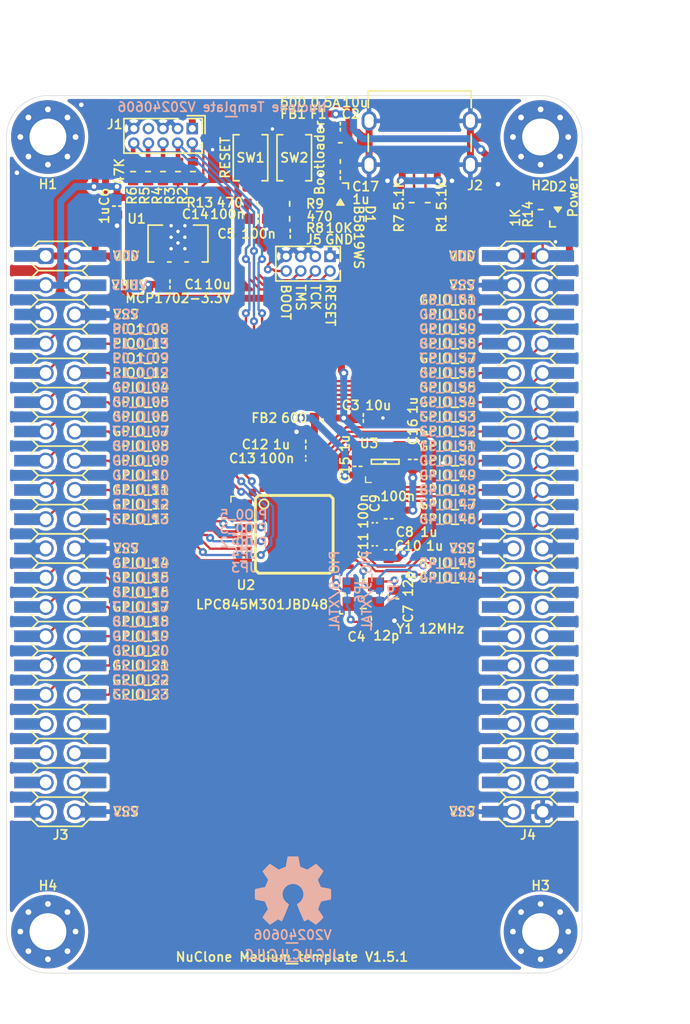
<source format=kicad_pcb>
(kicad_pcb (version 20221018) (generator pcbnew)
  (layers (0 "F.Cu" mixed) (31 "B.Cu" mixed) (34 "B.Paste" user) (35 "F.Paste" user) (36 "B.SilkS" user "B.Silkscreen") (37 "F.SilkS" user "F.Silkscreen") (38 "B.Mask" user) (39 "F.Mask" user) (44 "Edge.Cuts" user))
  (net 0 "")
  (net 1 "/VBUS")
  (net 2 "Net-(F1-Pad2)")
  (net 3 "/VDD")
  (net 4 "/VSS")
  (net 5 "Net-(D2-A)")
  (net 6 "/GPIO_28")
  (net 7 "/GPIO_29")
  (net 8 "/GPIO_32")
  (net 9 "/GPIO_31")
  (net 10 "/GPIO_30")
  (net 11 "/GPIO_35")
  (net 12 "/GPIO_34")
  (net 13 "/GPIO_33")
  (net 14 "/TMS")
  (net 15 "/TCK")
  (net 16 "/TDO")
  (net 17 "/TDI")
  (net 18 "/RESET")
  (net 19 "Net-(R13-Pad2)")
  (net 21 "/VUSB")
  (net 22 "Net-(J2-CC1)")
  (net 23 "Net-(J2-CC2)")
  (net 24 "/Bootloader")
  (net 25 "/GPIO_20")
  (net 26 "/GPIO_23")
  (net 27 "/GPIO_27")
  (net 28 "/GPIO_16")
  (net 29 "/GPIO_21")
  (net 30 "/GPIO_19")
  (net 31 "/GPIO_17")
  (net 32 "/GPIO_18")
  (net 33 "/GPIO_15")
  (net 34 "/GPIO_14")
  (net 35 "/GPIO_22")
  (net 36 "/GPIO_24")
  (net 37 "/GPIO_25")
  (net 38 "/GPIO_26")
  (net 39 "/GPIO_13")
  (net 40 "/GPIO_12")
  (net 41 "/GPIO_11")
  (net 42 "/GPIO_10")
  (net 43 "/GPIO_09")
  (net 44 "/GPIO_08")
  (net 45 "/GPIO_07")
  (net 46 "/GPIO_06")
  (net 47 "/GPIO_05")
  (net 48 "/GPIO_04")
  (net 49 "/GPIO_03")
  (net 50 "/GPIO_02")
  (net 51 "/GPIO_01")
  (net 52 "/GPIO_00")
  (net 53 "/GPIO_41")
  (net 54 "/GPIO_40")
  (net 55 "/GPIO_39")
  (net 56 "/GPIO_38")
  (net 57 "/GPIO_37")
  (net 58 "/GPIO_36")
  (net 59 "/GPIO_45")
  (net 60 "/GPIO_44")
  (net 61 "/GPIO_43")
  (net 62 "/GPIO_42")
  (net 63 "/GPIO_61")
  (net 64 "/GPIO_60")
  (net 65 "/GPIO_59")
  (net 66 "/GPIO_58")
  (net 67 "/GPIO_57")
  (net 68 "/GPIO_56")
  (net 69 "/GPIO_55")
  (net 70 "/GPIO_54")
  (net 71 "/GPIO_53")
  (net 72 "/GPIO_52")
  (net 73 "/GPIO_51")
  (net 74 "/GPIO_50")
  (net 75 "/GPIO_49")
  (net 76 "/GPIO_48")
  (net 77 "/GPIO_47")
  (net 78 "/GPIO_46")
  (net 79 "Net-(R9-Pad2)")
  (net 80 "Net-(D1-K)")
  (net 81 "/microcontroller/XTALIN")
  (net 82 "/microcontroller/XTALOUT")
  (net 83 "/microcontroller/VREFP")
  (net 84 "/microcontroller/VDDA")
  (net 85 "/microcontroller/PIO0_8_I")
  (net 86 "/microcontroller/PIO0_9_I")
  (footprint "SquantorPcbOutline:MountingHole_3.2mm_M3_Pad_Via" (layer "F.Cu") (at 33.6 33.6)
    (fp_text reference "H1")
    (fp_text value "MountingHole")
  )
  (footprint "SquantorPcbOutline:MountingHole_3.2mm_M3_Pad_Via" (layer "F.Cu") (at 76.4 33.6)
    (fp_text reference "H2")
    (fp_text value "MountingHole")
  )
  (footprint "SquantorPcbOutline:MountingHole_3.2mm_M3_Pad_Via" (layer "F.Cu") (at 76.4 102.6)
    (fp_text reference "H3")
    (fp_text value "MountingHole")
  )
  (footprint "SquantorPcbOutline:MountingHole_3.2mm_M3_Pad_Via" (layer "F.Cu") (at 33.6 102.6)
    (fp_text reference "H4")
    (fp_text value "MountingHole")
  )
  (footprint "SquantorCapacitor:C_0603" (layer "F.Cu") (at 59 32.7)
    (fp_text reference "C2")
    (fp_text value "10u")
  )
  (footprint "SquantorFuse:F_0603_hand" (layer "F.Cu") (at 59 34.1 180)
    (fp_text reference "F1")
    (fp_text value "0.5A")
  )
  (footprint "SquantorInductor:L_0603" (layer "F.Cu") (at 59 35.5)
    (fp_text reference "FB1")
    (fp_text value "600")
  )
  (footprint "SquantorConnectors:Header-0127-2X05-H006" (layer "F.Cu") (at 43.6 33.5 180)
    (fp_text reference "J1")
    (fp_text value "JTAG_2X05")
  )
  (footprint "SquantorSwitches:TD-85XU" (layer "F.Cu") (at 51.2 35.4 -90)
    (fp_text reference "SW1")
    (fp_text value "RESET")
  )
  (footprint "SquantorResistor:R_0603_hand" (layer "F.Cu") (at 66.6 39.3 90)
    (fp_text reference "R1")
    (fp_text value "5.1K")
  )
  (footprint "SquantorUsb:USB-C-HRO-31-M-17_aisler" (layer "F.Cu") (at 65.9 36.15 180)
    (fp_text reference "J2")
    (fp_text value "TYPE-C-31-M-12")
  )
  (footprint "SquantorResistor:R_0603_hand" (layer "F.Cu") (at 44.9 36.6 -90)
    (fp_text reference "R3")
    (fp_text value "47K")
  )
  (footprint "SquantorResistor:R_0603_hand" (layer "F.Cu") (at 42.3 36.6 -90)
    (fp_text reference "R5")
    (fp_text value "47K")
  )
  (footprint "SquantorResistor:R_0603_hand" (layer "F.Cu") (at 41 36.6 -90)
    (fp_text reference "R6")
    (fp_text value "47K")
  )
  (footprint "SquantorLabels:Label_Generic" (layer "F.Cu") (at 54.8 104.7875)
    (fp_text reference "N4" hide)
    (fp_text value "NuClone Medium template V1.5.1")
  )
  (footprint "SquantorCapacitor:C_0603" (layer "F.Cu") (at 51.85 40.7 180)
    (fp_text reference "C14")
    (fp_text value "100n")
  )
  (footprint "SquantorResistor:R_0603_hand" (layer "F.Cu") (at 51.8 39.4)
    (fp_text reference "R13")
    (fp_text value "470")
  )
  (footprint "SquantorDiodes:LED_0603_hand" (layer "F.Cu") (at 77.9 39.9 90)
    (fp_text reference "D2")
    (fp_text value "GREEN")
  )
  (footprint "SquantorResistor:R_0603_hand" (layer "F.Cu") (at 76.4 39.9 -90)
    (fp_text reference "R14")
    (fp_text value "1K")
  )
  (footprint "SquantorConnectorsNamed:nuclone_medium_right_stacked" (layer "F.Cu") (at 75.31 68.06 90)
    (fp_text reference "J4")
    (fp_text value "nuclone_medium_right")
  )
  (footprint "SquantorCapacitor:C_0603" (layer "F.Cu") (at 59 36.9)
    (fp_text reference "C17")
    (fp_text value "1u")
  )
  (footprint "SquantorResistor:R_0603_hand" (layer "F.Cu") (at 65.2 39.3 90)
    (fp_text reference "R7")
    (fp_text value "5.1K")
  )
  (footprint "SquantorResistor:R_0603_hand" (layer "F.Cu") (at 54.6 40.7)
    (fp_text reference "R8")
    (fp_text value "10K")
  )
  (footprint "SquantorSwitches:TD-85XU" (layer "F.Cu") (at 55 35.4 -90)
    (fp_text reference "SW2")
    (fp_text value "Bootloader")
  )
  (footprint "SquantorResistor:R_0603_hand" (layer "F.Cu") (at 46.2 36.6 -90)
    (fp_text reference "R2")
    (fp_text value "47K")
  )
  (footprint "SquantorResistor:R_0603_hand" (layer "F.Cu") (at 43.6 36.6 -90)
    (fp_text reference "R4")
    (fp_text value "47K")
  )
  (footprint "SquantorCapacitor:C_0603" (layer "F.Cu") (at 61 58 180)
    (fp_text reference "C3")
    (fp_text value "10u")
  )
  (footprint "SquantorConnectorsNamed:nuclone_medium_left_stacked" (layer "F.Cu") (at 34.67 68.06 -90)
    (fp_text reference "J3")
    (fp_text value "nuclone_medium_left")
  )
  (footprint "SquantorIC:SOT89-NXP" (layer "F.Cu") (at 44.9 43.2)
    (fp_text reference "U1")
    (fp_text value "MCP1702-3.3V")
  )
  (footprint "SquantorCapacitor:C_0603" (layer "F.Cu") (at 44.2 46.4 180)
    (fp_text reference "C1")
    (fp_text value "10u")
  )
  (footprint "SquantorIC:SOT23-3" (layer "F.Cu") (at 62.9 61.8 90)
    (fp_text reference "U3")
    (fp_text value "reference_sot23-3")
  )
  (footprint "SquantorCapacitor:C_0603" (layer "F.Cu") (at 63.2 69.45 90)
    (fp_text reference "C10")
    (fp_text value "1u")
  )
  (footprint "SquantorCapacitor:C_0603" (layer "F.Cu") (at 63.7 73.7 -90)
    (fp_text reference "C7")
    (fp_text value "12p")
  )
  (footprint "SquantorCrystal:Crystal_3225_4" (layer "F.Cu") (at 61 73.3)
    (fp_text reference "Y1")
    (fp_text value "12MHz")
  )
  (footprint "SquantorCapacitor:C_0603" (layer "F.Cu") (at 54.65 42)
    (fp_text reference "C5")
    (fp_text value "100n")
  )
  (footprint "SquantorCapacitor:C_0603" (layer "F.Cu") (at 65.3 61.6 90)
    (fp_text reference "C16")
    (fp_text value "1u")
  )
  (footprint "SquantorResistor:R_0603_hand" (layer "F.Cu") (at 54.6 39.4)
    (fp_text reference "R9")
    (fp_text value "470")
  )
  (footprint "SquantorInductor:L_0603" (layer "F.Cu") (at 57.5 58)
    (fp_text reference "FB2")
    (fp_text value "600")
  )
  (footprint "SquantorCapacitor:C_0603" (layer "F.Cu") (at 39.6 39.6 90)
    (fp_text reference "C6")
    (fp_text value "1u")
  )
  (footprint "SquantorCapacitor:C_0402" (layer "F.Cu") (at 62 67.1 -90)
    (fp_text reference "C9")
    (fp_text value "100n")
  )
  (footprint "SquantorCapacitor:C_0402" (layer "F.Cu") (at 56 61.5 180)
    (fp_text reference "C13")
    (fp_text value "100n")
  )
  (footprint "SquantorConnectors:Header-0127-2X04-H006" (layer "F.Cu") (at 56.2 44.6 180)
    (fp_text reference "J5")
    (fp_text value "Conn_02x06_Odd_Even")
  )
  (footprint "SquantorDiodes:SOD-323-nexperia-hand" (layer "F.Cu") (at 59 39.3 -90)
    (fp_text reference "D1")
    (fp_text value "B5819WS")
  )
  (footprint "SquantorCapacitor:C_0603" (layer "F.Cu") (at 61.7 75.7)
    (fp_text reference "C4")
    (fp_text value "12p")
  )
  (footprint "SquantorCapacitor:C_0402" (layer "F.Cu") (at 62 69.1 90)
    (fp_text reference "C11")
    (fp_text value "100n")
  )
  (footprint "SquantorCapacitor:C_0603" (layer "F.Cu") (at 60.5 62.2 90)
    (fp_text reference "C15")
    (fp_text value "1u")
  )
  (footprint "SquantorCapacitor:C_0603" (layer "F.Cu") (at 63.2 66.75 -90)
    (fp_text reference "C8")
    (fp_text value "1u")
  )
  (footprint "SquantorCapacitor:C_0603" (layer "F.Cu") (at 56 60.3 180)
    (fp_text reference "C12")
    (fp_text value "1u")
  )
  (footprint "SquantorIC:SOT313-2-NXP" (layer "F.Cu") (at 55 68.1 -90)
    (fp_text reference "U2")
    (fp_text value "LPC845M301JBD48")
  )
  (footprint "SquantorLabels:Label_Generic" (layer "B.Cu") (at 54.8 102.9875 180)
    (fp_text reference "N2" hide)
    (fp_text value "V20240606")
  )
  (footprint "Symbol:OSHW-Symbol_6.7x6mm_SilkScreen" (layer "B.Cu") (at 54.9 99.05 180)
    (fp_text reference "N1" hide)
    (fp_text value "OHWLOGO" hide)
  )
  (footprint "SquantorLabels:Label_Generic" (layer "B.Cu") (at 54.8 104.5875 180)
    (fp_text reference "N3" hide)
    (fp_text value "JLCJLCJLCJLC")
  )
  (footprint "SquantorLabels:Label_Generic" (layer "B.Cu") (at 49.529 31.23 180)
    (fp_text reference "N5" hide)
    (fp_text value "Nuclone Template V20240606")
  )
  (footprint "SquantorSpecial:solder_jumper_0402_3way_12conn" (layer "B.Cu") (at 59.6 73 90)
    (fp_text reference "JP6")
    (fp_text value "PIO_8/XTAL")
  )
  (footprint "SquantorSpecial:solder_jumper_0402_3way_12conn" (layer "B.Cu") (at 62.4 73 90)
    (fp_text reference "JP7")
    (fp_text value "PIO_9/XTAL")
  )
  (footprint "SquantorSpecial:solder_jumper_0402_2way_noconn" (layer "B.Cu") (at 50.6 69.9)
    (fp_text reference "JP3")
    (fp_text value "PIO0_2")
  )
  (footprint "SquantorSpecial:solder_jumper_0402_2way_noconn" (layer "B.Cu") (at 50.6 67.5)
    (fp_text reference "JP5")
    (fp_text value "PIO0_5")
  )
  (footprint "SquantorSpecial:solder_jumper_0402_2way_noconn" (layer "B.Cu") (at 50.6 68.7)
    (fp_text reference "JP4")
    (fp_text value "PIO0_3")
  )
  (gr_line (start 47.25 31.75) (end 45.7 31.75) (stroke (width 0.15)) (layer "F.SilkS"))
  (gr_line (start 47.25 31.75) (end 47.25 33.3) (stroke (width 0.15)) (layer "F.SilkS"))
  (gr_line (start 33.6 106.2) (end 76.4 106.2) (stroke (width 0.05)) (layer "Edge.Cuts"))
  (gr_arc (start 76.4 30) (mid 78.945584 31.054416) (end 80 33.6) (stroke (width 0.05)) (layer "Edge.Cuts"))
  (gr_line (start 30 33.6) (end 30 102.6) (stroke (width 0.05)) (layer "Edge.Cuts"))
  (gr_line (start 80 102.6) (end 80 33.6) (stroke (width 0.05)) (layer "Edge.Cuts"))
  (gr_arc (start 80 102.6) (mid 78.945584 105.145584) (end 76.4 106.2) (stroke (width 0.05)) (layer "Edge.Cuts"))
  (gr_arc (start 33.6 106.2) (mid 31.054416 105.145584) (end 30 102.6) (stroke (width 0.05)) (layer "Edge.Cuts"))
  (gr_arc (start 30 33.6) (mid 31.054416 31.054416) (end 33.6 30) (stroke (width 0.05)) (layer "Edge.Cuts"))
  (gr_line (start 76.4 30) (end 33.6 30) (stroke (width 0.05)) (layer "Edge.Cuts"))
  (gr_text "GND" (at 58.9 42.5) (layer "F.SilkS") (effects (font (size 0.8 0.8) (thickness 0.15) bold)))
  (gr_text "Power" (at 79.2 38.8 90) (layer "F.SilkS") (effects (font (size 0.8 0.8) (thickness 0.15) bold)))
  (gr_text "RESET\nTCK\nTMS\nBOOT" (at 53.8 46.3 270) (layer "F.SilkS") (effects (font (size 0.8 0.8) (thickness 0.15) bold) (justify left bottom)))
  (segment (start 59.75 32.7) (end 59.75 34.1) (width 0.6) (layer "F.Cu") (net 1))
  (segment (start 44.9 41.8) (end 44.9 41.9) (width 0.6) (layer "F.Cu") (net 1))
  (segment (start 44.9 42.8) (end 44.9 42.6) (width 0.6) (layer "F.Cu") (net 1))
  (segment (start 44.3 41.3) (end 44.8 41.8) (width 0.6) (layer "F.Cu") (net 1))
  (segment (start 59.272793 30.7) (end 59.75 31.177207) (width 0.6) (layer "F.Cu") (net 1))
  (segment (start 44.3 42.3) (end 44.9 42.8) (width 0.6) (layer "F.Cu") (net 1))
  (segment (start 44.8 41.8) (end 44.9 41.8) (width 0.6) (layer "F.Cu") (net 1))
  (segment (start 44.9 41.9) (end 44.9 41.9) (width 0.6) (layer "F.Cu") (net 1))
  (segment (start 44.75 38.85) (end 44.9 39) (width 0.6) (layer "F.Cu") (net 1))
  (segment (start 37.7 37.8) (end 37.7 32.6) (width 0.6) (layer "F.Cu") (net 1))
  (segment (start 39.6 38.85) (end 44.75 38.85) (width 0.6) (layer "F.Cu") (net 1))
  (segment (start 39.6 30.7) (end 59.272793 30.7) (width 0.6) (layer "F.Cu") (net 1))
  (segment (start 44.9 39) (end 44.9 41.8) (width 0.6) (layer "F.Cu") (net 1))
  (segment (start 37.6 37.9) (end 37.7 37.8) (width 0.6) (layer "F.Cu") (net 1))
  (segment (start 59.75 31.177207) (end 59.75 32.7) (width 0.6) (layer "F.Cu") (net 1))
  (segment (start 44.9 41.9) (end 44.3 42.3) (width 0.6) (layer "F.Cu") (net 1))
  (segment (start 39.6 37.9) (end 39.6 38.85) (width 0.6) (layer "F.Cu") (net 1))
  (segment (start 37.7 32.6) (end 39.6 30.7) (width 0.6) (layer "F.Cu") (net 1))
  (via (at 44.9 41.8) (size 0.7) (drill 0.3) (layers "F.Cu" "B.Cu") (net 1))
  (via (at 44.9 42.8) (size 0.7) (drill 0.3) (layers "F.Cu" "B.Cu") (net 1))
  (via (at 44.3 41.3) (size 0.7) (drill 0.3) (layers "F.Cu" "B.Cu") (net 1))
  (via (at 45.5 42.3) (size 0.7) (drill 0.3) (layers "F.Cu" "B.Cu") (net 1))
  (via (at 37.6 37.9) (size 0.8) (drill 0.4) (layers "F.Cu" "B.Cu") (net 1))
  (via (at 45.5 43.3) (size 0.7) (drill 0.3) (layers "F.Cu" "B.Cu") (net 1))
  (via (at 44.3 43.3) (size 0.7) (drill 0.3) (layers "F.Cu" "B.Cu") (net 1))
  (via (at 39.6 37.9) (size 0.8) (drill 0.4) (layers "F.Cu" "B.Cu") (net 1))
  (via (at 45.5 41.3) (size 0.7) (drill 0.3) (layers "F.Cu" "B.Cu") (net 1))
  (via (at 44.3 42.3) (size 0.7) (drill 0.3) (layers "F.Cu" "B.Cu") (net 1))
  (segment (start 37.6 37.9) (end 36 37.9) (width 0.6) (layer "B.Cu") (net 1))
  (segment (start 36 37.9) (end 34.7 39.2) (width 0.6) (layer "B.Cu") (net 1))
  (segment (start 34.7 46.47) (end 35.94 46.47) (width 0.6) (layer "B.Cu") (net 1))
  (segment (start 33.4 46.47) (end 34.7 46.47) (width 0.6) (layer "B.Cu") (net 1))
  (segment (start 37.6 37.9) (end 39.6 37.9) (width 0.6) (layer "B.Cu") (net 1))
  (segment (start 34.7 39.2) (end 34.7 46.47) (width 0.6) (layer "B.Cu") (net 1))
  (segment (start 36.93 46.47) (end 35.94 46.47) (width 0.6) (layer "B.Cu") (net 1))
  (segment (start 37 46.4) (end 36.93 46.47) (width 0.6) (layer "B.Cu") (net 1))
  (segment (start 58.25 35.5) (end 58.25 34.1) (width 0.6) (layer "F.Cu") (net 2))
  (segment (start 38.8 37.1) (end 40.1 37.1) (width 0.2) (layer "F.Cu") (net 3))
  (segment (start 56.3 40.4) (end 56 40.7) (width 0.6) (layer "F.Cu") (net 3))
  (segment (start 38.93 43.93) (end 37.02 43.93) (width 0.6) (layer "F.Cu") (net 3))
  (segment (start 46.4 45.8) (end 45.8 46.4) (width 0.6) (layer "F.Cu") (net 3))
  (segment (start 46.75 37.45) (end 47.1 37.1) (width 0.2) (layer "F.Cu") (net 3))
  (segment (start 46.2 37.45) (end 46.75 37.45) (width 0.2) (layer "F.Cu") (net 3))
  (segment (start 76.58 42.98) (end 76.58 43.93) (width 0.2) (layer "F.Cu") (net 3))
  (segment (start 60.25 58) (end 59.3 58) (width 0.6) (layer "F.Cu") (net 3))
  (segment (start 61.5 69.6) (end 62 69.6) (width 0.2) (layer "F.Cu") (net 3))
  (segment (start 53.2 47.6) (end 59.1 53.5) (width 0.6) (layer "F.Cu") (net 3))
  (segment (start 46.4 44.95) (end 46.4 45.8) (width 0.6) (layer "F.Cu") (net 3))
  (segment (start 64.5 69.7) (end 64 70.2) (width 0.6) (layer "F.Cu") (net 3))
  (segment (start 59.1 53.9) (end 59.3 54.1) (width 0.6) (layer "F.Cu") (net 3))
  (segment (start 46.14 32.865) (end 46.14 31.64) (width 0.6) (layer "F.Cu") (net 3))
  (segment (start 47.1 31.6) (end 46.1 31.6) (width 0.6) (layer "F.Cu") (net 3))
  (segment (start 76.58 43.93) (end 74.04 43.93) (width 0.6) (layer "F.Cu") (net 3))
  (segment (start 38.6 33) (end 40 31.6) (width 0.6) (layer "F.Cu") (net 3))
  (segment (start 38.6 36.9) (end 38.6 33) (width 0.6) (layer "F.Cu") (net 3))
  (segment (start 40 31.6) (end 46.1 31.6) (width 0.6) (layer "F.Cu") (net 3))
  (segment (start 56.3 31.6) (end 56.3 40.4) (width 0.6) (layer "F.Cu") (net 3))
  (segment (start 42.3 37.45) (end 41 37.45) (width 0.2) (layer "F.Cu") (net 3))
  (segment (start 40.1 37.1) (end 40.45 37.45) (width 0.2) (layer "F.Cu") (net 3))
  (segment (start 58.25 58) (end 59.3 58) (width 0.6) (layer "F.Cu") (net 3))
  (segment (start 78.9 43.9) (end 78.87 43.93) (width 0.6) (layer "F.Cu") (net 3))
  (segment (start 79.1 42.6) (end 78.9 42.8) (width 0.6) (layer "F.Cu") (net 3))
  (segment (start 45.2 47.6) (end 40.9 47.6) (width 0.6) (layer "F.Cu") (net 3))
  (segment (start 63.2 70.2) (end 62.6 70.2) (width 0.4) (layer "F.Cu") (net 3))
  (segment (start 38.6 36.9) (end 38.8 37.1) (width 0.2) (layer "F.Cu") (net 3))
  (segment (start 58.6 31.6) (end 47.1 31.6) (width 0.6) (layer "F.Cu") (net 3))
  (segment (start 44.95 46.4) (end 44.95 47.55) (width 0.6) (layer "F.Cu") (net 3))
  (segment (start 71.2 34.7) (end 74.4 37.9) (width 0.6) (layer "F.Cu") (net 3))
  (segment (start 37.7 43.93) (end 37.02 43.93) (width 0.6) (layer "F.Cu") (net 3))
  (segment (start 38.6 36.9) (end 38.6 39.3) (width 0.6) (layer "F.Cu") (net 3))
  (segment (start 46.14 31.64) (end 46.1 31.6) (width 0.6) (layer "F.Cu") (net 3))
  (segment (start 60.75 68.85) (end 61.5 69.6) (width 0.2) (layer "F.Cu") (net 3))
  (segment (start 59.1 53.5) (end 59.1 53.9) (width 0.6) (layer "F.Cu") (net 3))
  (segment (start 45.2 47.6) (end 53.2 47.6) (width 0.6) (layer "F.Cu") (net 3))
  (segment (start 59.425 68.85) (end 60.75 68.85) (width 0.2) (layer "F.Cu") (net 3))
  (segment (start 44.95 47.55) (end 44.9 47.6) (width 0.6) (layer "F.Cu") (net 3))
  (segment (start 40.45 37.45) (end 41 37.45) (width 0.2) (layer "F.Cu") (net 3))
  (segment (start 78.9 42.8) (end 78.9 43.9) (width 0.6) (layer "F.Cu") (net 3))
  (segment (start 38.6 39.3) (end 37.7 40.2) (width 0.6) (layer "F.Cu") (net 3))
  (segment (start 76.4 40.75) (end 76.4 42.8) (width 0.2) (layer "F.Cu") (net 3))
  (segment (start 76.4 42.8) (end 76.58 42.98) (width 0.2) (layer "F.Cu") (net 3))
  (segment (start 62.6 70.2) (end 62 69.6) (width 0.4) (layer "F.Cu") (net 3))
  (segment (start 64 70.2) (end 63.2 70.2) (width 0.6) (layer "F.Cu") (net 3))
  (segment (start 56 40.7) (end 55.45 40.7) (width 0.6) (layer "F.Cu") (net 3))
  (segment (start 43.6 37.45) (end 42.3 37.45) (width 0.2) (layer "F.Cu") (net 3))
  (segment (start 37.7 40.2) (end 37.7 43.93) (width 0.6) (layer "F.Cu") (net 3))
  (segment (start 39.7 44.7) (end 38.93 43.93) (width 0.6) (layer "F.Cu") (net 3))
  (segment (start 74.4 37.9) (end 78.8 37.9) (width 0.6) (layer "F.Cu") (net 3))
  (segment (start 40.9 47.6) (end 39.7 46.4) (width 0.6) (layer "F.Cu") (net 3))
  (segment (start 78.8 37.9) (end 79.1 38.2) (width 0.6) (layer "F.Cu") (net 3))
  (segment (start 79.1 38.2) (end 79.1 42.6) (width 0.6) (layer "F.Cu") (net 3))
  (segment (start 32.32 43.93) (end 35.94 43.93) (width 0.6) (layer "F.Cu") (net 3))
  (segment (start 47.1 37.1) (end 47.1 31.6) (width 0.2) (layer "F.Cu") (net 3))
  (segment (start 45.8 46.4) (end 44.95 46.4) (width 0.6) (layer "F.Cu") (net 3))
  (segment (start 39.7 46.4) (end 39.7 44.7) (width 0.6) (layer "F.Cu") (net 3))
  (segment (start 78.87 43.93) (end 77.66 43.93) (width 0.6) (layer "F.Cu") (net 3))
  (via (at 64.5 69.7) (size 0.8) (drill 0.4) (layers "F.Cu" "B.Cu") (net 3))
  (via (at 71.2 34.7) (size 0.8) (drill 0.4) (layers "F.Cu" "B.Cu") (net 3))
  (via (at 58.6 31.6) (size 0.8) (drill 0.4) (layers "F.Cu" "B.Cu") (net 3))
  (via (at 59.3 58) (size 0.8) (drill 0.4) (layers "F.Cu" "B.Cu") (net 3))
  (via (at 59.3 54.1) (size 0.8) (drill 0.4) (layers "F.Cu" "B.Cu") (net 3))
  (segment (start 66.7 67.5) (end 64.5 69.7) (width 0.6) (layer "B.Cu") (net 3))
  (segment (start 60.8 59.5) (end 65.9 59.5) (width 0.6) (layer "B.Cu") (net 3))
  (segment (start 60.15 32.05) (end 59.7 31.6) (width 0.6) (layer "B.Cu") (net 3))
  (segment (start 60.95 33.75) (end 60.15 32.95) (width 0.6) (layer "B.Cu") (net 3))
  (segment (start 66.7 60.3) (end 66.7 67.5) (width 0.6) (layer "B.Cu") (net 3))
  (segment (start 70.25 33.75) (end 60.95 33.75) (width 0.6) (layer "B.Cu") (net 3))
  (segment (start 59.7 31.6) (end 58.6 31.6) (width 0.6) (layer "B.Cu") (net 3))
  (segment (start 59.3 54.1) (end 59.3 58) (width 0.6) (layer "B.Cu") (net 3))
  (segment (start 65.9 59.5) (end 66.7 60.3) (width 0.6) (layer "B.Cu") (net 3))
  (segment (start 71.2 34.7) (end 70.25 33.75) (width 0.6) (layer "B.Cu") (net 3))
  (segment (start 59.3 58) (end 60.8 59.5) (width 0.6) (layer "B.Cu") (net 3))
  (segment (start 60.15 32.95) (end 60.15 32.05) (width 0.6) (layer "B.Cu") (net 3))
  (segment (start 54.6 32.9) (end 53.1 32.9) (width 0.4) (layer "F.Cu") (net 4))
  (segment (start 61.05 67.85) (end 61.3 67.6) (width 0.2) (layer "F.Cu") (net 4))
  (segment (start 55.75 63.675) (end 55.75 65.75) (width 0.2) (layer "F.Cu") (net 4))
  (segment (start 63.15 37.35) (end 63.1 37.4) (width 0.6) (layer "F.Cu") (net 4))
  (segment (start 61.5 32.2) (end 61.5 36) (width 0.6) (layer "F.Cu") (net 4))
  (segment (start 58.35 68.35) (end 59.425 68.35) (width 0.2) (layer "F.Cu") (net 4))
  (segment (start 62.1 74.15) (end 62.25 74.15) (width 0.4) (layer "F.Cu") (net 4))
  (segment (start 68.65 37.35) (end 68.7 37.4) (width 0.6) (layer "F.Cu") (net 4))
  (segment (start 55.75 62.25) (end 55.5 62) (width 0.2) (layer "F.Cu") (net 4))
  (segment (start 39.6 40.35) (end 39.6 41.3) (width 0.2) (layer "F.Cu") (net 4))
  (segment (start 58.1 68.1) (end 58.35 68.35) (width 0.2) (layer "F.Cu") (net 4))
  (segment (start 59.425 68.35) (end 61.05 68.35) (width 0.2) (layer "F.Cu") (net 4))
  (segment (start 59.425 67.85) (end 61.05 67.85) (width 0.2) (layer "F.Cu") (net 4))
  (segment (start 58.35 67.85) (end 58.1 68.1) (width 0.2) (layer "F.Cu") (net 4))
  (segment (start 47.9 37) (end 47.9 34.7) (width 0.2) (layer "F.Cu") (net 4))
  (segment (start 52.6 41.6) (end 52.6 40.7) (width 0.2) (layer "F.Cu") (net 4))
  (segment (start 55.25 59.25) (end 55.2 59.2) (width 0.6) (layer "F.Cu") (net 4))
  (segment (start 57.3 32.7) (end 58.25 32.7) (width 0.6) (layer "F.Cu") (net 4))
  (segment (start 61.3 67.6) (end 62 67.6) (width 0.2) (layer "F.Cu") (net 4))
  (segment (start 57.3 36.9) (end 58.25 36.9) (width 0.6) (layer "F.Cu") (net 4))
  (segment (start 43.4 44.95) (end 43.4 46.35) (width 0.6) (layer "F.Cu") (net 4))
  (segment (start 59.9 72.45) (end 60.15 72.45) (width 0.4) (layer "F.Cu") (net 4))
  (segment (start 44.9 37.9) (end 45.1 38.1) (width 0.2) (layer "F.Cu") (net 4))
  (segment (start 45.1 38.1) (end 46.8 38.1) (width 0.2) (layer "F.Cu") (net 4))
  (segment (start 68.65 36.15) (end 68.65 37.35) (width 0.6) (layer "F.Cu") (net 4))
  (segment (start 60.15 72.45) (end 61.85 74.15) (width 0.4) (layer "F.Cu") (net 4))
  (segment (start 55.75 63.675) (end 55.75 62.25) (width 0.2) (layer "F.Cu") (net 4))
  (segment (start 63.15 36.15) (end 63.15 37.35) (width 0.6) (layer "F.Cu") (net 4))
  (segment (start 51.2 32.9) (end 53.1 32.9) (width 0.4) (layer "F.Cu") (net 4))
  (segment (start 55.5 62) (end 55.5 61.5) (width 0.2) (layer "F.Cu") (net 4))
  (segment (start 55.25 60.3) (end 55.5 60.55) (width 0.4) (layer "F.Cu") (net 4))
  (segment (start 55.75 65.75) (end 58.1 68.1) (width 0.2) (layer "F.Cu") (net 4))
  (segment (start 55.25 60.3) (end 55.25 59.25) (width 0.6) (layer "F.Cu") (net 4))
  (segment (start 44.9 37.45) (end 44.9 37.9) (width 0.2) (layer "F.Cu") (net 4))
  (segment (start 59.425 67.85) (end 58.35 67.85) (width 0.2) (layer "F.Cu") (net 4))
  (segment (start 61.3 68.6) (end 62 68.6) (width 0.2) (layer "F.Cu") (net 4))
  (segment (start 70.3 32.2) (end 70.3 36) (width 0.6) (layer "F.Cu") (net 4))
  (segment (start 46.8 38.1) (end 47.9 37) (width 0.2) (layer "F.Cu") (net 4))
  (segment (start 62.25 74.15) (end 63.7 75.6) (width 0.4) (layer "F.Cu") (net 4))
  (segment (start 61.05 68.35) (end 61.3 68.6) (width 0.2) (layer "F.Cu") (net 4))
  (segment (start 43.4 46.35) (end 43.45 46.4) (width 0.6) (layer "F.Cu") (net 4))
  (segment (start 55.5 60.55) (end 55.5 61.5) (width 0.4) (layer "F.Cu") (net 4))
  (segment (start 61.85 74.15) (end 62.1 74.15) (width 0.4) (layer "F.Cu") (net 4))
  (segment (start 42.3 46.4) (end 43.45 46.4) (width 0.6) (layer "F.Cu") (net 4))
  (via (at 53.1 32.9) (size 0.7) (drill 0.3) (layers "F.Cu" "B.Cu") (net 4))
  (via (at 72.7 37.7) (size 0.8) (drill 0.4) (layers "F.Cu" "B.Cu") (net 4))
  (via (at 30.9 36.7) (size 0.8) (drill 0.4) (layers "F.Cu" "B.Cu") (net 4))
  (via (at 77.7 42.7) (size 0.7) (drill 0.3) (layers "F.Cu" "B.Cu") (net 4))
  (via (at 39.6 41.3) (size 0.8) (drill 0.4) (layers "F.Cu" "B.Cu") (net 4))
  (via (at 62.7 58) (size 0.7) (drill 0.3) (layers "F.Cu" "B.Cu") (net 4))
  (via (at 63.1 37.4) (size 0.8) (drill 0.4) (layers "F.Cu" "B.Cu") (net 4))
  (via (at 57.3 32.7) (size 0.8) (drill 0.4) (layers "F.Cu" "B.Cu") (net 4))
  (via (at 68.7 37.4) (size 0.8) (drill 0.4) (layers "F.Cu" "B.Cu") (net 4))
  (via (at 36.5 30.8) (size 0.8) (drill 0.4) (layers "F.Cu" "B.Cu") (net 4))
  (via (at 47.9 34.7) (size 0.7) (drill 0.3) (layers "F.Cu" "B.Cu") (net 4))
  (via (at 63.7 75.6) (size 0.8) (drill 0.4) (layers "F.Cu" "B.Cu") (net 4))
  (via (at 52.6 41.6) (size 0.7) (drill 0.3) (layers "F.Cu" "B.Cu") (net 4))
  (via (at 62.9 61.9) (size 0.7) (drill 0.3) (layers "F.Cu" "B.Cu") (net 4))
  (via (at 57.3 36.9) (size 0.8) (drill 0.4) (layers "F.Cu" "B.Cu") (net 4))
  (via (at 67.9 61.9) (size 0.7) (drill 0.3) (layers "F.Cu" "B.Cu") (net 4))
  (via (at 55.2 59.2) (size 0.8) (drill 0.4) (layers "F.Cu" "B.Cu") (net 4))
  (via (at 42.3 46.4) (size 0.7) (drill 0.3) (layers "F.Cu" "B.Cu") (net 4))
  (segment (start 42.3 48.4) (end 42.3 46.4) (width 0.6) (layer "B.Cu") (net 4))
  (segment (start 41.69 49.01) (end 42.3 48.4) (width 0.6) (layer "B.Cu") (net 4))
  (segment (start 35.94 49.01) (end 41.69 49.01) (width 0.6) (layer "B.Cu") (net 4))
  (segment (start 76.4 39.05) (end 77.9 39.05) (width 0.2) (layer "F.Cu") (net 5))
  (segment (start 50.4 55.6) (end 51.9 54.1) (width 0.2) (layer "F.Cu") (net 14))
  (segment (start 50.4 62.58076) (end 50.4 55.6) (width 0.2) (layer "F.Cu") (net 14))
  (segment (start 46.2 34.195) (end 46.14 34.135) (width 0.4) (layer "F.Cu") (net 14))
  (segment (start 54.765 46.035) (end 52.435 46.035) (width 0.2) (layer "F.Cu") (net 14))
  (segment (start 52.1 69.9) (end 52.05 69.85) (width 0.2) (layer "F.Cu") (net 14))
  (segment (start 55.565 45.235) (end 54.765 46.035) (width 0.2) (layer "F.Cu") (net 14))
  (segment (start 51.30962 63.49038) (end 50.4 62.58076) (width 0.2) (layer "F.Cu") (net 14))
  (segment (start 51.9 54.1) (end 51.9 50.2) (width 0.2) (layer "F.Cu") (net 14))
  (segment (start 52.2 49.9) (end 52.2 48.9) (width 0.2) (layer "F.Cu") (net 14))
  (segment (start 51.9 50.2) (end 52.2 49.9) (width 0.2) (layer "F.Cu") (net 14))
  (segment (start 52.05 69.85) (end 50.575 69.85) (width 0.2) (layer "F.Cu") (net 14))
  (segment (start 46.2 35.75) (end 46.2 34.195) (width 0.4) (layer "F.Cu") (net 14))
  (segment (start 51.9 44.5) (end 52.2 44.2) (width 0.2) (layer "F.Cu") (net 14))
  (segment (start 51.9 45.5) (end 51.9 44.5) (width 0.2) (layer "F.Cu") (net 14))
  (segment (start 52.435 46.035) (end 51.9 45.5) (width 0.2) (layer "F.Cu") (net 14))
  (via (at 51.30962 63.49038) (size 0.7) (drill 0.3) (layers "F.Cu" "B.Cu") (net 14))
  (via (at 52.1 69.9) (size 0.7) (drill 0.3) (layers "F.Cu" "B.Cu") (net 14))
  (via (at 52.2 44.2) (size 0.7) (drill 0.3) (layers "F.Cu" "B.Cu") (net 14))
  (via (at 52.2 48.9) (size 0.7) (drill 0.3) (layers "F.Cu" "B.Cu") (net 14))
  (segment (start 52.2 44.2) (end 52.2 43.280761) (width 0.2) (layer "B.Cu") (net 14))
  (segment (start 51.30962 63.49038) (end 51.30962 63.843934) (width 0.2) (layer "B.Cu") (net 14))
  (segment (start 46.14 34.8) (end 46.14 34.135) (width 0.2) (layer "B.Cu") (net 14))
  (segment (start 53.15 68.215685) (end 53 68.365686) (width 0.2) (layer "B.Cu") (net 14))
  (segment (start 46.765685 34.8) (end 46.14 34.8) (width 0.2) (layer "B.Cu") (net 14))
  (segment (start 53 69) (end 52.1 69.9) (width 0.2) (layer "B.Cu") (net 14))
  (segment (start 53 68.365686) (end 53 69) (width 0.2) (layer "B.Cu") (net 14))
  (segment (start 51.9 44.5) (end 52.2 44.2) (width 0.2) (layer "B.Cu") (net 14))
  (segment (start 51 69.9) (end 52.1 69.9) (width 0.2) (layer "B.Cu") (net 14))
  (segment (start 52.2 43.280761) (end 51.9 42.980761) (width 0.2) (layer "B.Cu") (net 14))
  (segment (start 51.9 42.980761) (end 51.9 39.934314) (width 0.2) (layer "B.Cu") (net 14))
  (segment (start 51.9 39.934314) (end 46.765685 34.8) (width 0.2) (layer "B.Cu") (net 14))
  (segment (start 51.9 48.6) (end 51.9 44.5) (width 0.2) (layer "B.Cu") (net 14))
  (segment (start 51.30962 63.843934) (end 53.15 65.684314) (width 0.2) (layer "B.Cu") (net 14))
  (segment (start 53.15 65.684314) (end 53.15 68.215685) (width 0.2) (layer "B.Cu") (net 14))
  (segment (start 52.2 48.9) (end 51.9 48.6) (width 0.2) (layer "B.Cu") (net 14))
  (segment (start 56.065 46.035) (end 55.330686 46.035) (width 0.2) (layer "F.Cu") (net 15))
  (segment (start 56.835 45.235) (end 56.835 45.265) (width 0.2) (layer "F.Cu") (net 15))
  (segment (start 50 63.1) (end 50 55.4) (width 0.2) (layer "F.Cu") (net 15))
  (segment (start 44.9 35.75) (end 44.9 34.165) (width 0.4) (layer "F.Cu") (net 15))
  (segment (start 51.95 68.85) (end 50.575 68.85) (width 0.2) (layer "F.Cu") (net 15))
  (segment (start 50.4 63.5) (end 50 63.1) (width 0.2) (layer "F.Cu") (net 15))
  (segment (start 44.9 34.165) (end 44.87 34.135) (width 0.4) (layer "F.Cu") (net 15))
  (segment (start 54.930686 46.435) (end 52.269315 46.435) (width 0.2) (layer "F.Cu") (net 15))
  (segment (start 51.5 53.9) (end 51.5 49.6) (width 0.2) (layer "F.Cu") (net 15))
  (segment (start 56.835 45.265) (end 56.065 46.035) (width 0.2) (layer "F.Cu") (net 15))
  (segment (start 51.5 45.665685) (end 51.5 43.5) (width 0.2) (layer "F.Cu") (net 15))
  (segment (start 52.269315 46.435) (end 51.5 45.665685) (width 0.2) (layer "F.Cu") (net 15))
  (segment (start 52.1 68.7) (end 51.95 68.85) (width 0.2) (layer "F.Cu") (net 15))
  (segment (start 55.330686 46.035) (end 54.930686 46.435) (width 0.2) (layer "F.Cu") (net 15))
  (segment (start 50 55.4) (end 51.5 53.9) (width 0.2) (layer "F.Cu") (net 15))
  (via (at 50.4 63.5) (size 0.7) (drill 0.3) (layers "F.Cu" "B.Cu") (net 15))
  (via (at 51.5 49.6) (size 0.7) (drill 0.3) (layers "F.Cu" "B.Cu") (net 15))
  (via (at 51.5 43.5) (size 0.7) (drill 0.3) (layers "F.Cu" "B.Cu") (net 15))
  (via (at 52.1 68.7) (size 0.7) (drill 0.3) (layers "F.Cu" "B.Cu") (net 15))
  (segment (start 45.935 35.2) (end 44.87 34.135) (width 0.2) (layer "B.Cu") (net 15))
  (segment (start 51.5 49.6) (end 51.5 43.5) (width 0.2) (layer "B.Cu") (net 15))
  (segment (start 46.6 35.2) (end 45.935 35.2) (width 0.2) (layer "B.Cu") (net 15))
  (segment (start 52.75 68.05) (end 52.1 68.7) (width 0.2) (layer "B.Cu") (net 15))
  (segment (start 51.5 43.5) (end 51.5 40.1) (width 0.2) (layer "B.Cu") (net 15))
  (segment (start 52.75 65.85) (end 52.75 68.05) (width 0.2) (layer "B.Cu") (net 15))
  (segment (start 50.4 63.5) (end 52.75 65.85) (width 0.2) (layer "B.Cu") (net 15))
  (segment (start 51 68.7) (end 52.1 68.7) (width 0.2) (layer "B.Cu") (net 15))
  (segment (start 51.5 40.1) (end 46.6 35.2) (width 0.2) (layer "B.Cu") (net 15))
  (segment (start 43.6 35.75) (end 43.6 34.135) (width 0.4) (layer "F.Cu") (net 16))
  (segment (start 42.3 34.165) (end 42.33 34.135) (width 0.4) (layer "F.Cu") (net 17))
  (segment (start 42.3 35.75) (end 42.3 34.165) (width 0.4) (layer "F.Cu") (net 17))
  (segment (start 55.496372 46.435) (end 55.096371 46.835) (width 0.2) (layer "F.Cu") (net 18))
  (segment (start 51.1 42.980761) (end 51.1 40.7) (width 0.2) (layer "F.Cu") (net 18))
  (segment (start 52.035 46.835) (end 51.1 45.9) (width 0.2) (layer "F.Cu") (net 18))
  (segment (start 49.6 63.61924) (end 49.6 55.2) (width 0.2) (layer "F.Cu") (net 18))
  (segment (start 49.6 55.2) (end 51.1 53.7) (width 0.2) (layer "F.Cu") (net 18))
  (segment (start 41 35.75) (end 41 34.195) (width 0.4) (layer "F.Cu") (net 18))
  (segment (start 51.95 67.35) (end 50.575 67.35) (width 0.2) (layer "F.Cu") (net 18))
  (segment (start 51.1 53.7) (end 51.1 50.2) (width 0.2) (layer "F.Cu") (net 18))
  (segment (start 50.95 39.4) (end 50.95 40.55) (width 0.2) (layer "F.Cu") (net 18))
  (segment (start 51.1 44.5) (end 50.8 44.2) (width 0.2) (layer "F.Cu") (net 18))
  (segment (start 56.230685 46.435) (end 55.496372 46.435) (width 0.2) (layer "F.Cu") (net 18))
  (segment (start 50.8 49.9) (end 50.8 48.9) (width 0.2) (layer "F.Cu") (net 18))
  (segment (start 50.8 43.280761) (end 51.1 42.980761) (width 0.2) (layer "F.Cu") (net 18))
  (segment (start 51.1 50.2) (end 50.8 49.9) (width 0.2) (layer "F.Cu") (net 18))
  (segment (start 41 34.195) (end 41.06 34.135) (width 0.4) (layer "F.Cu") (net 18))
  (segment (start 50.95 40.55) (end 51.1 40.7) (width 0.2) (layer "F.Cu") (net 18))
  (segment (start 57.305 46.035) (end 56.630686 46.035) (width 0.2) (layer "F.Cu") (net 18))
  (segment (start 51.1 45.9) (end 51.1 44.5) (width 0.2) (layer "F.Cu") (net 18))
  (segment (start 55.096371 46.835) (end 52.035 46.835) (width 0.2) (layer "F.Cu") (net 18))
  (segment (start 50.8 44.2) (end 50.8 43.280761) (width 0.2) (layer "F.Cu") (net 18))
  (segment (start 52.1 67.5) (end 51.95 67.35) (width 0.2) (layer "F.Cu") (net 18))
  (segment (start 58.105 45.235) (end 57.305 46.035) (width 0.2) (layer "F.Cu") (net 18))
  (segment (start 56.630686 46.035) (end 56.230685 46.435) (width 0.2) (layer "F.Cu") (net 18))
  (segment (start 50.39038 64.40962) (end 49.6 63.61924) (width 0.2) (layer "F.Cu") (net 18))
  (via (at 50.8 48.9) (size 0.7) (drill 0.3) (layers "F.Cu" "B.Cu") (net 18))
  (via (at 52.1 67.5) (size 0.7) (drill 0.3) (layers "F.Cu" "B.Cu") (net 18))
  (via (at 50.39038 64.40962) (size 0.7) (drill 0.3) (layers "F.Cu" "B.Cu") (net 18))
  (via (at 50.8 44.2) (size 0.7) (drill 0.3) (layers "F.Cu" "B.Cu") (net 18))
  (segment (start 50.8 48.9) (end 51.1 48.6) (width 0.2) (layer "B.Cu") (net 18))
  (segment (start 50.39038 64.40962) (end 50.743934 64.40962) (width 0.2) (layer "B.Cu") (net 18))
  (segment (start 51.1 40.265686) (end 46.434314 35.6) (width 0.2) (layer "B.Cu") (net 18))
  (segment (start 51.1 48.6) (end 51.1 44.5) (width 0.2) (layer "B.Cu") (net 18))
  (segment (start 51.1 44.5) (end 50.8 44.2) (width 0.2) (layer "B.Cu") (net 18))
  (segment (start 50.8 43.280761) (end 51.1 42.980761) (width 0.2) (layer "B.Cu") (net 18))
  (segment (start 50.743934 64.40962) (end 52.35 66.015686) (width 0.2) (layer "B.Cu") (net 18))
  (segment (start 52.35 67.25) (end 52.1 67.5) (width 0.2) (layer "B.Cu") (net 18))
  (segment (start 46.434314 35.6) (end 45.769314 35.6) (width 0.2) (layer "B.Cu") (net 18))
  (segment (start 50.8 44.2) (end 50.8 43.280761) (width 0.2) (layer "B.Cu") (net 18))
  (segment (start 45.769314 35.6) (end 45.104314 34.935) (width 0.2) (layer "B.Cu") (net 18))
  (segment (start 52.1 67.5) (end 51 67.5) (width 0.2) (layer "B.Cu") (net 18))
  (segment (start 45.104314 34.935) (end 41.86 34.935) (width 0.2) (layer "B.Cu") (net 18))
  (segment (start 41.86 34.935) (end 41.06 34.135) (width 0.2) (layer "B.Cu") (net 18))
  (segment (start 52.35 66.015686) (end 52.35 67.25) (width 0.2) (layer "B.Cu") (net 18))
  (segment (start 51.1 42.980761) (end 51.1 40.265686) (width 0.2) (layer "B.Cu") (net 18))
  (segment (start 51.2 37.9) (end 52.1 37.9) (width 0.2) (layer "F.Cu") (net 19))
  (segment (start 52.65 38.45) (end 52.65 39.4) (width 0.2) (layer "F.Cu") (net 19))
  (segment (start 52.1 37.9) (end 52.65 38.45) (width 0.2) (layer "F.Cu") (net 19))
  (segment (start 64.38 37.32) (end 64.3 37.4) (width 0.6) (layer "F.Cu") (net 21))
  (segment (start 63.8 38.4) (end 61.7 38.4) (width 0.6) (layer "F.Cu") (net 21))
  (segment (start 59.75 40.35) (end 59 40.35) (width 0.6) (layer "F.Cu") (net 21))
  (segment (start 64.3 37.4) (end 64.3 37.9) (width 0.6) (layer "F.Cu") (net 21))
  (segment (start 61.7 38.4) (end 59.75 40.35) (width 0.6) (layer "F.Cu") (net 21))
  (segment (start 64.38 36.15) (end 64.38 37.32) (width 0.6) (layer "F.Cu") (net 21))
  (segment (start 67.42 37.32) (end 67.5 37.4) (width 0.6) (layer "F.Cu") (net 21))
  (segment (start 64.3 37.9) (end 63.8 38.4) (width 0.6) (layer "F.Cu") (net 21))
  (segment (start 67.42 36.15) (end 67.42 37.32) (width 0.6) (layer "F.Cu") (net 21))
  (via (at 67.5 37.4) (size 0.8) (drill 0.4) (layers "F.Cu" "B.Cu") (net 21))
  (via (at 64.3 37.4) (size 0.8) (drill 0.4) (layers "F.Cu" "B.Cu") (net 21))
  (segment (start 67.5 37.4) (end 64.3 37.4) (width 0.6) (layer "B.Cu") (net 21))
  (segment (start 66.4 38.25) (end 66.6 38.45) (width 0.2) (layer "F.Cu") (net 22))
  (segment (start 66.4 36.15) (end 66.4 38.25) (width 0.2) (layer "F.Cu") (net 22))
  (segment (start 65.4 38.25) (end 65.2 38.45) (width 0.2) (layer "F.Cu") (net 23))
  (segment (start 65.4 36.15) (end 65.4 38.25) (width 0.2) (layer "F.Cu") (net 23))
  (segment (start 53.305 45.235) (end 54.295 45.235) (width 0.2) (layer "F.Cu") (net 24))
  (segment (start 53.9 42) (end 53.9 42.7) (width 0.2) (layer "F.Cu") (net 24))
  (segment (start 52.7 45.1) (end 53.17 45.1) (width 0.2) (layer "F.Cu") (net 24))
  (segment (start 53.75 40.7) (end 53.75 41.85) (width 0.2) (layer "F.Cu") (net 24))
  (segment (start 53.75 41.85) (end 53.9 42) (width 0.2) (layer "F.Cu") (net 24))
  (segment (start 52.9 43.7) (end 52.9 44.5) (width 0.2) (layer "F.Cu") (net 24))
  (segment (start 53.75 39.4) (end 53.75 40.7) (width 0.2) (layer "F.Cu") (net 24))
  (segment (start 52.7 44.7) (end 52.7 45.1) (width 0.2) (layer "F.Cu") (net 24))
  (segment (start 52.9 44.5) (end 52.7 44.7) (width 0.2) (layer "F.Cu") (net 24))
  (segment (start 53.17 45.1) (end 53.305 45.235) (width 0.2) (layer "F.Cu") (net 24))
  (segment (start 53.9 42.7) (end 52.9 43.7) (width 0.2) (layer "F.Cu") (net 24))
  (via (at 52.7 45.1) (size 0.7) (drill 0.3) (layers "F.Cu" "B.Cu") (net 24))
  (segment (start 34.69 78.2) (end 33.4 79.49) (width 0.2) (layer "F.Cu") (net 25))
  (segment (start 38.8 78.2) (end 34.69 78.2) (width 0.2) (layer "F.Cu") (net 25))
  (segment (start 56.25 74.15) (end 53.6 76.8) (width 0.2) (layer "F.Cu") (net 25))
  (segment (start 39.802942 76.8) (end 39 77.602942) (width 0.2) (layer "F.Cu") (net 25))
  (segment (start 53.6 76.8) (end 39.802942 76.8) (width 0.2) (layer "F.Cu") (net 25))
  (segment (start 39 77.602942) (end 39 78) (width 0.2) (layer "F.Cu") (net 25))
  (segment (start 56.25 72.525) (end 56.25 74.15) (width 0.2) (layer "F.Cu") (net 25))
  (segment (start 39 78) (end 38.8 78.2) (width 0.2) (layer "F.Cu") (net 25))
  (segment (start 39 81.9) (end 38.87 82.03) (width 0.2) (layer "F.Cu") (net 26))
  (segment (start 57.81 72.525) (end 57.81 74.39) (width 0.2) (layer "F.Cu") (net 26))
  (segment (start 40.3 78) (end 40.2 78.1) (width 0.2) (layer "F.Cu") (net 26))
  (segment (start 39.8 78.897058) (end 39.8 79.74137) (width 0.2) (layer "F.Cu") (net 26))
  (segment (start 57.81 74.39) (end 54.2 78) (width 0.2) (layer "F.Cu") (net 26))
  (segment (start 54.2 78) (end 40.3 78) (width 0.2) (layer "F.Cu") (net 26))
  (segment (start 40.2 78.497058) (end 39.8 78.897058) (width 0.2) (layer "F.Cu") (net 26))
  (segment (start 39.4 80.14137) (end 39.4 80.765686) (width 0.2) (layer "F.Cu") (net 26))
  (segment (start 39.8 79.74137) (end 39.4 80.14137) (width 0.2) (layer "F.Cu") (net 26))
  (segment (start 39.4 80.765686) (end 39 81.165686) (width 0.2) (layer "F.Cu") (net 26))
  (segment (start 38.87 82.03) (end 37.02 82.03) (width 0.2) (layer "F.Cu") (net 26))
  (segment (start 40.2 78.1) (end 40.2 78.497058) (width 0.2) (layer "F.Cu") (net 26))
  (segment (start 39 81.165686) (end 39 81.9) (width 0.2) (layer "F.Cu") (net 26))
  (segment (start 38.46 73.1) (end 34.71 73.1) (width 0.2) (layer "F.Cu") (net 28))
  (segment (start 39.4 74.4) (end 39 74) (width 0.2) (layer "F.Cu") (net 28))
  (segment (start 39.4 75.068628) (end 39.4 74.4) (width 0.2) (layer "F.Cu") (net 28))
  (segment (start 39 74) (end 39 73.64) (width 0.2) (layer "F.Cu") (net 28))
  (segment (start 39 73.64) (end 38.46 73.1) (width 0.2) (layer "F.Cu") (net 28))
  (segment (start 54.25 72.525) (end 54.25 73.747058) (width 0.2) (layer "F.Cu") (net 28))
  (segment (start 34.71 73.1) (end 33.4 74.41) (width 0.2) (layer "F.Cu") (net 28))
  (segment (start 54.25 73.747058) (end 52.797056 75.2) (width 0.2) (layer "F.Cu") (net 28))
  (segment (start 52.797056 75.2) (end 39.531372 75.2) (width 0.2) (layer "F.Cu") (net 28))
  (segment (start 39.531372 75.2) (end 39.4 75.068628) (width 0.2) (layer "F.Cu") (net 28))
  (segment (start 38.92 79.49) (end 37.02 79.49) (width 0.2) (layer "F.Cu") (net 29))
  (segment (start 39.4 78.165686) (end 39 78.565686) (width 0.2) (layer "F.Cu") (net 29))
  (segment (start 39.968628 77.2) (end 39.4 77.768628) (width 0.2) (layer "F.Cu") (net 29))
  (segment (start 39 78.565686) (end 39 79.41) (width 0.2) (layer "F.Cu") (net 29))
  (segment (start 56.75 72.525) (end 56.75 74.25) (width 0.2) (layer "F.Cu") (net 29))
  (segment (start 53.8 77.2) (end 39.968628 77.2) (width 0.2) (layer "F.Cu") (net 29))
  (segment (start 39.4 77.768628) (end 39.4 78.165686) (width 0.2) (layer "F.Cu") (net 29))
  (segment (start 56.75 74.25) (end 53.8 77.2) (width 0.2) (layer "F.Cu") (net 29))
  (segment (start 39 79.41) (end 38.92 79.49) (width 0.2) (layer "F.Cu") (net 29))
  (segment (start 53.4 76.4) (end 39.637256 76.4) (width 0.2) (layer "F.Cu") (net 30))
  (segment (start 55.75 72.525) (end 55.75 74.05) (width 0.2) (layer "F.Cu") (net 30))
  (segment (start 55.75 74.05) (end 53.4 76.4) (width 0.2) (layer "F.Cu") (net 30))
  (segment (start 39.087256 76.95) (end 37.02 76.95) (width 0.2) (layer "F.Cu") (net 30))
  (segment (start 39.637256 76.4) (end 39.087256 76.95) (width 0.2) (layer "F.Cu") (net 30))
  (segment (start 38.81 74.41) (end 37.02 74.41) (width 0.2) (layer "F.Cu") (net 31))
  (segment (start 54.75 73.812744) (end 52.962741 75.6) (width 0.2) (layer "F.Cu") (net 31))
  (segment (start 39 74.6) (end 38.81 74.41) (width 0.2) (layer "F.Cu") (net 31))
  (segment (start 39 75.234314) (end 39 74.6) (width 0.2) (layer "F.Cu") (net 31))
  (segment (start 39.365686 75.6) (end 39 75.234314) (width 0.2) (layer "F.Cu") (net 31))
  (segment (start 54.75 72.525) (end 54.75 73.812744) (width 0.2) (layer "F.Cu") (net 31))
  (segment (start 52.962741 75.6) (end 39.365686 75.6) (width 0.2) (layer "F.Cu") (net 31))
  (segment (start 34.65 75.7) (end 33.4 76.95) (width 0.2) (layer "F.Cu") (net 32))
  (segment (start 55.25 72.525) (end 55.25 73.95) (width 0.2) (layer "F.Cu") (net 32))
  (segment (start 55.25 73.95) (end 53.2 76) (width 0.2) (layer "F.Cu") (net 32))
  (segment (start 39.2 76) (end 38.9 75.7) (width 0.2) (layer "F.Cu") (net 32))
  (segment (start 53.2 76) (end 39.2 76) (width 0.2) (layer "F.Cu") (net 32))
  (segment (start 38.9 75.7) (end 34.65 75.7) (width 0.2) (layer "F.Cu") (net 32))
  (segment (start 39.9 74.8) (end 39.8 74.7) (width 0.2) (layer "F.Cu") (net 33))
  (segment (start 39.8 74.234314) (end 39.4 73.834314) (width 0.2) (layer "F.Cu") (net 33))
  (segment (start 39.8 74.7) (end 39.8 74.234314) (width 0.2) (layer "F.Cu") (net 33))
  (segment (start 39 73.074314) (end 39 72.1) (width 0.2) (layer "F.Cu") (net 33))
  (segment (start 38.77 71.87) (end 37.02 71.87) (width 0.2) (layer "F.Cu") (net 33))
  (segment (start 53.75 73.681372) (end 52.631371 74.8) (width 0.2) (layer "F.Cu") (net 33))
  (segment (start 39 72.1) (end 38.77 71.87) (width 0.2) (layer "F.Cu") (net 33))
  (segment (start 39.4 73.834314) (end 39.4 73.474314) (width 0.2) (layer "F.Cu") (net 33))
  (segment (start 52.631371 74.8) (end 39.9 74.8) (width 0.2) (layer "F.Cu") (net 33))
  (segment (start 53.75 72.525) (end 53.75 73.681372) (width 0.2) (layer "F.Cu") (net 33))
  (segment (start 39.4 73.474314) (end 39 73.074314) (width 0.2) (layer "F.Cu") (net 33))
  (segment (start 53.25 73.615686) (end 52.465686 74.4) (width 0.2) (layer "F.Cu") (net 34))
  (segment (start 40.2 74.068628) (end 39.8 73.668628) (width 0.2) (layer "F.Cu") (net 34))
  (segment (start 39.4 71.934314) (end 39 71.534314) (width 0.2) (layer "F.Cu") (net 34))
  (segment (start 40.2 74.4) (end 40.2 74.068628) (width 0.2) (layer "F.Cu") (net 34))
  (segment (start 39 71.534314) (end 39 70.8) (width 0.2) (layer "F.Cu") (net 34))
  (segment (start 39.4 72.908628) (end 39.4 71.934314) (width 0.2) (layer "F.Cu") (net 34))
  (segment (start 39.8 73.308628) (end 39.4 72.908628) (width 0.2) (layer "F.Cu") (net 34))
  (segment (start 39 70.8) (end 38.8 70.6) (width 0.2) (layer "F.Cu") (net 34))
  (segment (start 53.25 72.525) (end 53.25 73.615686) (width 0.2) (layer "F.Cu") (net 34))
  (segment (start 39.8 73.668628) (end 39.8 73.308628) (width 0.2) (layer "F.Cu") (net 34))
  (segment (start 52.465686 74.4) (end 40.2 74.4) (width 0.2) (layer "F.Cu") (net 34))
  (segment (start 34.67 70.6) (end 33.4 71.87) (width 0.2) (layer "F.Cu") (net 34))
  (segment (start 38.8 70.6) (end 34.67 70.6) (width 0.2) (layer "F.Cu") (net 34))
  (segment (start 39 79.975686) (end 39 80.6) (width 0.2) (layer "F.Cu") (net 35))
  (segment (start 54 77.6) (end 40.134314 77.6) (width 0.2) (layer "F.Cu") (net 35))
  (segment (start 39.4 79.575685) (end 39 79.975686) (width 0.2) (layer "F.Cu") (net 35))
  (segment (start 34.73 80.7) (end 33.4 82.03) (width 0.2) (layer "F.Cu") (net 35))
  (segment (start 40.134314 77.6) (end 39.8 77.934314) (width 0.2) (layer "F.Cu") (net 35))
  (segment (start 39.4 78.731372) (end 39.4 79.575685) (width 0.2) (layer "F.Cu") (net 35))
  (segment (start 39.8 77.934314) (end 39.8 78.331372) (width 0.2) (layer "F.Cu") (net 35))
  (segment (start 39.8 78.331372) (end 39.4 78.731372) (width 0.2) (layer "F.Cu") (net 35))
  (segment (start 38.9 80.7) (end 34.73 80.7) (width 0.2) (layer "F.Cu") (net 35))
  (segment (start 57.25 72.525) (end 57.25 74.35) (width 0.2) (layer "F.Cu") (net 35))
  (segment (start 39 80.6) (end 38.9 80.7) (width 0.2) (layer "F.Cu") (net 35))
  (segment (start 57.25 74.35) (end 54 77.6) (width 0.2) (layer "F.Cu") (net 35))
  (segment (start 52.3 74) (end 48.802943 74) (width 0.2) (layer "F.Cu") (net 39))
  (segment (start 38.890001 66.79) (end 37.02 66.79) (width 0.2) (layer "F.Cu") (net 39))
  (segment (start 52.75 72.525) (end 52.75 73.55) (width 0.2) (layer "F.Cu") (net 39))
  (segment (start 48.802943 74) (end 45.364645 70.561702) (width 0.2) (layer "F.Cu") (net 39))
  (segment (start 52.75 73.55) (end 52.3 74) (width 0.2) (layer "F.Cu") (net 39))
  (segment (start 42.661702 70.561702) (end 38.890001 66.79) (width 0.2) (layer "F.Cu") (net 39))
  (segment (start 45.364645 70.561702) (end 42.661702 70.561702) (width 0.2) (layer "F.Cu") (net 39))
  (segment (start 39.1 65.8) (end 38.8 65.5) (width 0.2) (layer "F.Cu") (net 40))
  (segment (start 39.1 66.434313) (end 39.1 65.8) (width 0.2) (layer "F.Cu") (net 40))
  (segment (start 34.69 65.5) (end 33.4 66.79) (width 0.2) (layer "F.Cu") (net 40))
  (segment (start 42.827388 70.161702) (end 39.1 66.434313) (width 0.2) (layer "F.Cu") (net 40))
  (segment (start 52.19 72.525) (end 52.19 73.41) (width 0.2) (layer "F.Cu") (net 40))
  (segment (start 52 73.6) (end 48.968629 73.6) (width 0.2) (layer "F.Cu") (net 40))
  (segment (start 38.8 65.5) (end 34.69 65.5) (width 0.2) (layer "F.Cu") (net 40))
  (segment (start 48.968629 73.6) (end 45.530331 70.161702) (width 0.2) (layer "F.Cu") (net 40))
  (segment (start 52.19 73.41) (end 52 73.6) (width 0.2) (layer "F.Cu") (net 40))
  (segment (start 45.530331 70.161702) (end 42.827388 70.161702) (width 0.2) (layer "F.Cu") (net 40))
  (segment (start 39.5 65.634314) (end 39.1 65.234314) (width 0.2) (layer "F.Cu") (net 41))
  (segment (start 39.5 66.268628) (end 39.5 65.634314) (width 0.2) (layer "F.Cu") (net 41))
  (segment (start 39.1 65.234314) (end 39.1 64.417157) (width 0.2) (layer "F.Cu") (net 41))
  (segment (start 45.696017 69.761702) (end 42.993074 69.761702) (width 0.2) (layer "F.Cu") (net 41))
  (segment (start 42.993074 69.761702) (end 39.5 66.268628) (width 0.2) (layer "F.Cu") (net 41))
  (segment (start 38.932843 64.25) (end 37.02 64.25) (width 0.2) (layer "F.Cu") (net 41))
  (segment (start 50.575 70.91) (end 46.844315 70.91) (width 0.2) (layer "F.Cu") (net 41))
  (segment (start 46.844315 70.91) (end 45.696017 69.761702) (width 0.2) (layer "F.Cu") (net 41))
  (segment (start 39.1 64.417157) (end 38.932843 64.25) (width 0.2) (layer "F.Cu") (net 41))
  (segment (start 39.5 64.251471) (end 39.1 63.851471) (width 0.2) (layer "F.Cu") (net 42))
  (segment (start 39.5 65.068628) (end 39.5 64.251471) (width 0.2) (layer "F.Cu") (net 42))
  (segment (start 43.15876 69.361702) (end 39.9 66.102942) (width 0.2) (layer "F.Cu") (net 42))
  (segment (start 39.1 63.3) (end 38.8 63) (width 0.2) (layer "F.Cu") (net 42))
  (segment (start 39.9 65.468628) (end 39.5 65.068628) (width 0.2) (layer "F.Cu") (net 42))
  (segment (start 45.861703 69.361702) (end 43.15876 69.361702) (width 0.2) (layer "F.Cu") (net 42))
  (segment (start 50.575 70.35) (end 46.850001 70.35) (width 0.2) (layer "F.Cu") (net 42))
  (segment (start 34.65 63) (end 33.4 64.25) (width 0.2) (layer "F.Cu") (net 42))
  (segment (start 39.1 63.851471) (end 39.1 63.3) (width 0.2) (layer "F.Cu") (net 42))
  (segment (start 39.9 66.102942) (end 39.9 65.468628) (width 0.2) (layer "F.Cu") (net 42))
  (segment (start 38.8 63) (end 34.65 63) (width 0.2) (layer "F.Cu") (net 42))
  (segment (start 46.850001 70.35) (end 45.861703 69.361702) (width 0.2) (layer "F.Cu") (net 42))
  (segment (start 38.91 61.71) (end 37.02 61.71) (width 0.2) (layer "F.Cu") (net 43))
  (segment (start 39.1 61.9) (end 38.91 61.71) (width 0.2) (layer "F.Cu") (net 43))
  (segment (start 46.380942 68.961702) (end 43.324446 68.961702) (width 0.2) (layer "F.Cu") (net 43))
  (segment (start 39.1 62.734314) (end 39.1 61.9) (width 0.2) (layer "F.Cu") (net 43))
  (segment (start 47.05962 69.64038) (end 46.380942 68.961702) (width 0.2) (layer "F.Cu") (net 43))
  (segment (start 40.3 65.937256) (end 40.3 65.302942) (width 0.2) (layer "F.Cu") (net 43))
  (segment (start 39.9 64.902942) (end 39.9 64.085785) (width 0.2) (layer "F.Cu") (net 43))
  (segment (start 43.324446 68.961702) (end 40.3 65.937256) (width 0.2) (layer "F.Cu") (net 43))
  (segment (start 39.5 63.134314) (end 39.1 62.734314) (width 0.2) (layer "F.Cu") (net 43))
  (segment (start 39.9 64.085785) (end 39.5 63.685785) (width 0.2) (layer "F.Cu") (net 43))
  (segment (start 39.5 63.685785) (end 39.5 63.134314) (width 0.2) (layer "F.Cu") (net 43))
  (segment (start 40.3 65.302942) (end 39.9 64.902942) (width 0.2) (layer "F.Cu") (net 43))
  (via (at 47.05962 69.64038) (size 0.7) (drill 0.3) (layers "F.Cu" "B.Cu") (net 43))
  (segment (start 47.31924 69.9) (end 50.2 69.9) (width 0.2) (layer "B.Cu") (net 43))
  (segment (start 47.05962 69.64038) (end 47.31924 69.9) (width 0.2) (layer "B.Cu") (net 43))
  (segment (start 40.7 65.77157) (end 40.7 65.137256) (width 0.2) (layer "F.Cu") (net 44))
  (segment (start 47.688479 69.35) (end 46.900181 68.561702) (width 0.2) (layer "F.Cu") (net 44))
  (segment (start 40.3 63.920099) (end 39.9 63.520099) (width 0.2) (layer "F.Cu") (net 44))
  (segment (start 39.5 61.734314) (end 39.1 61.334314) (width 0.2) (layer "F.Cu") (net 44))
  (segment (start 39.1 60.7) (end 38.8 60.4) (width 0.2) (layer "F.Cu") (net 44))
  (segment (start 39.5 62.568628) (end 39.5 61.734314) (width 0.2) (layer "F.Cu") (net 44))
  (segment (start 40.3 64.737256) (end 40.3 63.920099) (width 0.2) (layer "F.Cu") (net 44))
  (segment (start 40.7 65.137256) (end 40.3 64.737256) (width 0.2) (layer "F.Cu") (net 44))
  (segment (start 38.8 60.4) (end 34.71 60.4) (width 0.2) (layer "F.Cu") (net 44))
  (segment (start 34.71 60.4) (end 33.4 61.71) (width 0.2) (layer "F.Cu") (net 44))
  (segment (start 39.9 62.968628) (end 39.5 62.568628) (width 0.2) (layer "F.Cu") (net 44))
  (segment (start 39.1 61.334314) (end 39.1 60.7) (width 0.2) (layer "F.Cu") (net 44))
  (segment (start 43.490132 68.561702) (end 40.7 65.77157) (width 0.2) (layer "F.Cu") (net 44))
  (segment (start 50.575 69.35) (end 47.688479 69.35) (width 0.2) (layer "F.Cu") (net 44))
  (segment (start 46.900181 68.561702) (end 43.490132 68.561702) (width 0.2) (layer "F.Cu") (net 44))
  (segment (start 39.9 63.520099) (end 39.9 62.968628) (width 0.2) (layer "F.Cu") (net 44))
  (segment (start 41.1 64.97157) (end 40.7 64.57157) (width 0.2) (layer "F.Cu") (net 45))
  (segment (start 39.9 62.402942) (end 39.9 61.568628) (width 0.2) (layer "F.Cu") (net 45))
  (segment (start 39.1 60.134314) (end 39.1 59.4) (width 0.2) (layer "F.Cu") (net 45))
  (segment (start 39.1 59.4) (end 38.87 59.17) (width 0.2) (layer "F.Cu") (net 45))
  (segment (start 38.87 59.17) (end 37.02 59.17) (width 0.2) (layer "F.Cu") (net 45))
  (segment (start 40.3 63.354413) (end 40.3 62.802942) (width 0.2) (layer "F.Cu") (net 45))
  (segment (start 39.5 60.534314) (end 39.1 60.134314) (width 0.2) (layer "F.Cu") (net 45))
  (segment (start 43.65582 68.161702) (end 41.1 65.605882) (width 0.2) (layer "F.Cu") (net 45))
  (segment (start 47.438298 68.161702) (end 43.65582 68.161702) (width 0.2) (layer "F.Cu") (net 45))
  (segment (start 41.1 65.605882) (end 41.1 64.97157) (width 0.2) (layer "F.Cu") (net 45))
  (segment (start 39.5 61.168628) (end 39.5 60.534314) (width 0.2) (layer "F.Cu") (net 45))
  (segment (start 40.7 64.57157) (end 40.7 63.754413) (width 0.2) (layer "F.Cu") (net 45))
  (segment (start 40.7 63.754413) (end 40.3 63.354413) (width 0.2) (layer "F.Cu") (net 45))
  (segment (start 39.9 61.568628) (end 39.5 61.168628) (width 0.2) (layer "F.Cu") (net 45))
  (segment (start 47.688298 68.411702) (end 47.438298 68.161702) (width 0.2) (layer "F.Cu") (net 45))
  (segment (start 40.3 62.802942) (end 39.9 62.402942) (width 0.2) (layer "F.Cu") (net 45))
  (via (at 47.688298 68.411702) (size 0.7) (drill 0.3) (layers "F.Cu" "B.Cu") (net 45))
  (segment (start 47.976596 68.7) (end 50.2 68.7) (width 0.2) (layer "B.Cu") (net 45))
  (segment (start 47.688298 68.411702) (end 47.976596 68.7) (width 0.2) (layer "B.Cu") (net 45))
  (segment (start 38.9 57.9) (end 34.67 57.9) (width 0.2) (layer "F.Cu") (net 46))
  (segment (start 41.5 64.805884) (end 41.1 64.405884) (width 0.2) (layer "F.Cu") (net 46))
  (segment (start 43.821505 67.761702) (end 41.5 65.440197) (width 0.2) (layer "F.Cu") (net 46))
  (segment (start 41.1 64.405884) (end 41.1 63.588727) (width 0.2) (layer "F.Cu") (net 46))
  (segment (start 47.957537 67.761702) (end 43.821505 67.761702) (width 0.2) (layer "F.Cu") (net 46))
  (segment (start 48.5 68.3) (end 48.495835 68.3) (width 0.2) (layer "F.Cu") (net 46))
  (segment (start 48.495835 68.3) (end 47.957537 67.761702) (width 0.2) (layer "F.Cu") (net 46))
  (segment (start 34.67 57.9) (end 33.4 59.17) (width 0.2) (layer "F.Cu") (net 46))
  (segment (start 39.5 59.968628) (end 39.5 59.234314) (width 0.2) (layer "F.Cu") (net 46))
  (segment (start 39.1 58.834314) (end 39.1 58.1) (width 0.2) (layer "F.Cu") (net 46))
  (segment (start 40.7 63.188727) (end 40.7 62.637256) (width 0.2) (layer "F.Cu") (net 46))
  (segment (start 40.3 62.237256) (end 40.3 61.402942) (width 0.2) (layer "F.Cu") (net 46))
  (segment (start 39.1 58.1) (end 38.9 57.9) (width 0.2) (layer "F.Cu") (net 46))
  (segment (start 41.1 63.588727) (end 40.7 63.188727) (width 0.2) (layer "F.Cu") (net 46))
  (segment (start 40.7 62.637256) (end 40.3 62.237256) (width 0.2) (layer "F.Cu") (net 46))
  (segment (start 50.575 68.35) (end 48.55 68.35) (width 0.2) (layer "F.Cu") (net 46))
  (segment (start 39.9 60.368628) (end 39.5 59.968628) (width 0.2) (layer "F.Cu") (net 46))
  (segment (start 39.9 61.002942) (end 39.9 60.368628) (width 0.2) (layer "F.Cu") (net 46))
  (segment (start 40.3 61.402942) (end 39.9 61.002942) (width 0.2) (layer "F.Cu") (net 46))
  (segment (start 48.55 68.35) (end 48.5 68.3) (width 0.2) (layer "F.Cu") (net 46))
  (segment (start 41.5 65.440197) (end 41.5 64.805884) (width 0.2) (layer "F.Cu") (net 46))
  (segment (start 39.5 59.234314) (end 39.1 58.834314) (width 0.2) (layer "F.Cu") (net 46))
  (segment (start 41.5 63.423041) (end 41.1 63.023041) (width 0.2) (layer "F.Cu") (net 47))
  (segment (start 40.7 61.237256) (end 40.3 60.837256) (width 0.2) (layer "F.Cu") (net 47))
  (segment (start 41.1 63.023041) (end 41.1 62.471571) (width 0.2) (layer "F.Cu") (net 47))
  (segment (start 41.9 64.640198) (end 41.5 64.240198) (width 0.2) (layer "F.Cu") (net 47))
  (segment (start 39.1 57.534314) (end 39.1 56.9) (width 0.2) (layer "F.Cu") (net 47))
  (segment (start 50.575 67.85) (end 48.611521 67.85) (width 0.2) (layer "F.Cu") (net 47))
  (segment (start 48.123222 67.361702) (end 43.98719 67.361702) (width 0.2) (layer "F.Cu") (net 47))
  (segment (start 40.3 60.837256) (end 40.3 60.202942) (width 0.2) (layer "F.Cu") (net 47))
  (segment (start 39.1 56.9) (end 38.83 56.63) (width 0.2) (layer "F.Cu") (net 47))
  (segment (start 39.9 59.068628) (end 39.5 58.668628) (width 0.2) (layer "F.Cu") (net 47))
  (segment (start 41.5 64.240198) (end 41.5 63.423041) (width 0.2) (layer "F.Cu") (net 47))
  (segment (start 39.5 58.668628) (end 39.5 57.934314) (width 0.2) (layer "F.Cu") (net 47))
  (segment (start 41.9 65.274512) (end 41.9 64.640198) (width 0.2) (layer "F.Cu") (net 47))
  (segment (start 40.7 62.071571) (end 40.7 61.237256) (width 0.2) (layer "F.Cu") (net 47))
  (segment (start 39.5 57.934314) (end 39.1 57.534314) (width 0.2) (layer "F.Cu") (net 47))
  (segment (start 43.98719 67.361702) (end 41.9 65.274512) (width 0.2) (layer "F.Cu") (net 47))
  (segment (start 39.9 59.802942) (end 39.9 59.068628) (width 0.2) (layer "F.Cu") (net 47))
  (segment (start 41.1 62.471571) (end 40.7 62.071571) (width 0.2) (layer "F.Cu") (net 47))
  (segment (start 48.611521 67.85) (end 48.123222 67.361702) (width 0.2) (layer "F.Cu") (net 47))
  (segment (start 40.3 60.202942) (end 39.9 59.802942) (width 0.2) (layer "F.Cu") (net 47))
  (segment (start 38.83 56.63) (end 37.02 56.63) (width 0.2) (layer "F.Cu") (net 47))
  (segment (start 40.7 60.037257) (end 40.3 59.637257) (width 0.2) (layer "F.Cu") (net 48))
  (segment (start 48.841067 67.158933) (end 48.643836 66.961702) (width 0.2) (layer "F.Cu") (net 48))
  (segment (start 41.5 62.305885) (end 41.1 61.905885) (width 0.2) (layer "F.Cu") (net 48))
  (segment (start 40.7 60.671571) (end 40.7 60.037257) (width 0.2) (layer "F.Cu") (net 48))
  (segment (start 40.3 59.637257) (end 40.3 58.902942) (width 0.2) (layer "F.Cu") (net 48))
  (segment (start 44.152876 66.961702) (end 42.3 65.108826) (width 0.2) (layer "F.Cu") (net 48))
  (segment (start 42.3 65.108826) (end 42.3 64.474512) (width 0.2) (layer "F.Cu") (net 48))
  (segment (start 39.9 58.502942) (end 39.9 57.768628) (width 0.2) (layer "F.Cu") (net 48))
  (segment (start 34.73 55.3) (end 33.4 56.63) (width 0.2) (layer "F.Cu") (net 48))
  (segment (start 41.1 61.071571) (end 40.7 60.671571) (width 0.2) (layer "F.Cu") (net 48))
  (segment (start 42.3 64.474512) (end 41.9 64.074512) (width 0.2) (layer "F.Cu") (net 48))
  (segment (start 40.3 58.902942) (end 39.9 58.502942) (width 0.2) (layer "F.Cu") (net 48))
  (segment (start 39.5 56.734314) (end 39.1 56.334314) (width 0.2) (layer "F.Cu") (net 48))
  (segment (start 41.9 64.074512) (end 41.9 63.257355) (width 0.2) (layer "F.Cu") (net 48))
  (segment (start 41.1 61.905885) (end 41.1 61.071571) (width 0.2) (layer "F.Cu") (net 48))
  (segment (start 39.1 55.5) (end 38.9 55.3) (width 0.2) (layer "F.Cu") (net 48))
  (segment (start 41.9 63.257355) (end 41.5 62.857355) (width 0.2) (layer "F.Cu") (net 48))
  (segment (start 38.9 55.3) (end 34.73 55.3) (width 0.2) (layer "F.Cu") (net 48))
  (segment (start 48.643836 66.961702) (end 44.152876 66.961702) (width 0.2) (layer "F.Cu") (net 48))
  (segment (start 39.5 57.368628) (end 39.5 56.734314) (width 0.2) (layer "F.Cu") (net 48))
  (segment (start 41.5 62.857355) (end 41.5 62.305885) (width 0.2) (layer "F.Cu") (net 48))
  (segment (start 39.1 56.334314) (end 39.1 55.5) (width 0.2) (layer "F.Cu") (net 48))
  (segment (start 39.9 57.768628) (end 39.5 57.368628) (width 0.2) (layer "F.Cu") (net 48))
  (via (at 48.841067 67.158933) (size 0.7) (drill 0.3) (layers "F.Cu" "B.Cu") (net 48))
  (segment (start 49.182134 67.5) (end 50.2 67.5) (width 0.2) (layer "B.Cu") (net 48))
  (segment (start 48.841067 67.158933) (end 49.182134 67.5) (width 0.2) (layer "B.Cu") (net 48))
  (segment (start 40.3 58.337256) (end 40.3 57.602942) (width 0.2) (layer "F.Cu") (net 49))
  (segment (start 39.1 54.934314) (end 39.1 54.3) (width 0.2) (layer "F.Cu") (net 49))
  (segment (start 41.9 62.140199) (end 41.5 61.740199) (width 0.2) (layer "F.Cu") (net 49))
  (segment (start 39.5 56.168628) (end 39.5 55.334314) (width 0.2) (layer "F.Cu") (net 49))
  (segment (start 38.89 54.09) (end 37.02 54.09) (width 0.2) (layer "F.Cu") (net 49))
  (segment (start 40.7 59.471571) (end 40.7 58.737256) (width 0.2) (layer "F.Cu") (net 49))
  (segment (start 44.25686 66.5) (end 42.7 64.94314) (width 0.2) (layer "F.Cu") (net 49))
  (segment (start 42.3 63.091669) (end 41.9 62.691669) (width 0.2) (layer "F.Cu") (net 49))
  (segment (start 41.9 62.691669) (end 41.9 62.140199) (width 0.2) (layer "F.Cu") (net 49))
  (segment (start 39.1 54.3) (end 38.89 54.09) (width 0.2) (layer "F.Cu") (net 49))
  (segment (start 42.7 64.308826) (end 42.3 63.908826) (width 0.2) (layer "F.Cu") (net 49))
  (segment (start 49.101373 66.5) (end 44.25686 66.5) (width 0.2) (layer "F.Cu") (net 49))
  (segment (start 39.9 56.568628) (end 39.5 56.168628) (width 0.2) (layer "F.Cu") (net 49))
  (segment (start 40.7 58.737256) (end 40.3 58.337256) (width 0.2) (layer "F.Cu") (net 49))
  (segment (start 39.5 55.334314) (end 39.1 54.934314) (width 0.2) (layer "F.Cu") (net 49))
  (segment (start 42.7 64.94314) (end 42.7 64.308826) (width 0.2) (layer "F.Cu") (net 49))
  (segment (start 49.451373 66.85) (end 49.101373 66.5) (width 0.2) (layer "F.Cu") (net 49))
  (segment (start 41.5 61.740199) (end 41.5 60.905885) (width 0.2) (layer "F.Cu") (net 49))
  (segment (start 42.3 63.908826) (end 42.3 63.091669) (width 0.2) (layer "F.Cu") (net 49))
  (segment (start 40.3 57.602942) (end 39.9 57.202942) (width 0.2) (layer "F.Cu") (net 49))
  (segment (start 41.5 60.905885) (end 41.1 60.505885) (width 0.2) (layer "F.Cu") (net 49))
  (segment (start 41.1 60.505885) (end 41.1 59.871571) (width 0.2) (layer "F.Cu") (net 49))
  (segment (start 41.1 59.871571) (end 40.7 59.471571) (width 0.2) (layer "F.Cu") (net 49))
  (segment (start 39.9 57.202942) (end 39.9 56.568628) (width 0.2) (layer "F.Cu") (net 49))
  (segment (start 50.575 66.85) (end 49.451373 66.85) (width 0.2) (layer "F.Cu") (net 49))
  (segment (start 38.9 52.8) (end 34.69 52.8) (width 0.2) (layer "F.Cu") (net 50))
  (segment (start 41.5 59.705885) (end 41.1 59.305885) (width 0.2) (layer "F.Cu") (net 50))
  (segment (start 49.517059 66.35) (end 49.267058 66.1) (width 0.2) (layer "F.Cu") (net 50))
  (segment (start 42.3 62.525983) (end 42.3 61.974513) (width 0.2) (layer "F.Cu") (net 50))
  (segment (start 41.9 60.740199) (end 41.5 60.340199) (width 0.2) (layer "F.Cu") (net 50))
  (segment (start 41.5 60.340199) (end 41.5 59.705885) (width 0.2) (layer "F.Cu") (net 50))
  (segment (start 40.3 56.402942) (end 39.9 56.002942) (width 0.2) (layer "F.Cu") (net 50))
  (segment (start 43.1 64.14314) (end 42.7 63.74314) (width 0.2) (layer "F.Cu") (net 50))
  (segment (start 40.3 57.037256) (end 40.3 56.402942) (width 0.2) (layer "F.Cu") (net 50))
  (segment (start 39.1 53.734314) (end 39.1 53) (width 0.2) (layer "F.Cu") (net 50))
  (segment (start 39.5 54.134314) (end 39.1 53.734314) (width 0.2) (layer "F.Cu") (net 50))
  (segment (start 39.9 56.002942) (end 39.9 55.168628) (width 0.2) (layer "F.Cu") (net 50))
  (segment (start 39.9 55.168628) (end 39.5 54.768628) (width 0.2) (layer "F.Cu") (net 50))
  (segment (start 42.3 61.974513) (end 41.9 61.574513) (width 0.2) (layer "F.Cu") (net 50))
  (segment (start 42.7 62.925983) (end 42.3 62.525983) (width 0.2) (layer "F.Cu") (net 50))
  (segment (start 39.1 53) (end 38.9 52.8) (width 0.2) (layer "F.Cu") (net 50))
  (segment (start 40.7 58.17157) (end 40.7 57.437256) (width 0.2) (layer "F.Cu") (net 50))
  (segment (start 34.69 52.8) (end 33.4 54.09) (width 0.2) (layer "F.Cu") (net 50))
  (segment (start 40.7 57.437256) (end 40.3 57.037256) (width 0.2) (layer "F.Cu") (net 50))
  (segment (start 39.5 54.768628) (end 39.5 54.134314) (width 0.2) (layer "F.Cu") (net 50))
  (segment (start 41.1 58.57157) (end 40.7 58.17157) (width 0.2) (layer "F.Cu") (net 50))
  (segment (start 43.1 64.777454) (end 43.1 64.14314) (width 0.2) (layer "F.Cu") (net 50))
  (segment (start 44.422546 66.1) (end 43.1 64.777454) (width 0.2) (layer "F.Cu") (net 50))
  (segment (start 41.1 59.305885) (end 41.1 58.57157) (width 0.2) (layer "F.Cu") (net 50))
  (segment (start 42.7 63.74314) (end 42.7 62.925983) (width 0.2) (layer "F.Cu") (net 50))
  (segment (start 50.575 66.35) (end 49.517059 66.35) (width 0.2) (layer "F.Cu") (net 50))
  (segment (start 49.267058 66.1) (end 44.422546 66.1) (width 0.2) (layer "F.Cu") (net 50))
  (segment (start 41.9 61.574513) (end 41.9 60.740199) (width 0.2) (layer "F.Cu") (net 50))
  (segment (start 49.582743 65.85) (end 49.432743 65.7) (width 0.2) (layer "F.Cu") (net 51))
  (segment (start 39.5 52.834314) (end 39.1 52.434314) (width 0.2) (layer "F.Cu") (net 51))
  (segment (start 39.1 52.434314) (end 39.1 51.7) (width 0.2) (layer "F.Cu") (net 51))
  (segment (start 38.95 51.55) (end 37.02 51.55) (width 0.2) (layer "F.Cu") (net 51))
  (segment (start 49.432743 65.7) (end 44.588232 65.7) (width 0.2) (layer "F.Cu") (net 51))
  (segment (start 43.1 63.577454) (end 43.1 62.760297) (width 0.2) (layer "F.Cu") (net 51))
  (segment (start 43.5 64.611768) (end 43.5 63.977454) (width 0.2) (layer "F.Cu") (net 51))
  (segment (start 41.5 58.2) (end 41.1 57.8) (width 0.2) (layer "F.Cu") (net 51))
  (segment (start 50.575 65.85) (end 49.582743 65.85) (width 0.2) (layer "F.Cu") (net 51))
  (segment (start 40.7 56.87157) (end 40.7 56.237256) (width 0.2) (layer "F.Cu") (net 51))
  (segment (start 40.3 55.002942) (end 39.9 54.602942) (width 0.2) (layer "F.Cu") (net 51))
  (segment (start 41.5 59.140199) (end 41.5 58.2) (width 0.2) (layer "F.Cu") (net 51))
  (segment (start 41.1 57.27157) (end 40.7 56.87157) (width 0.2) (layer "F.Cu") (net 51))
  (segment (start 42.3 60.574513) (end 41.9 60.174513) (width 0.2) (layer "F.Cu") (net 51))
  (segment (start 40.3 55.837256) (end 40.3 55.002942) (width 0.2) (layer "F.Cu") (net 51))
  (segment (start 39.5 53.568628) (end 39.5 52.834314) (width 0.2) (layer "F.Cu") (net 51))
  (segment (start 39.9 53.968628) (end 39.5 53.568628) (width 0.2) (layer "F.Cu") (net 51))
  (segment (start 42.7 62.360297) (end 42.7 61.808827) (width 0.2) (layer "F.Cu") (net 51))
  (segment (start 39.9 54.602942) (end 39.9 53.968628) (width 0.2) (layer "F.Cu") (net 51))
  (segment (start 41.1 57.8) (end 41.1 57.27157) (width 0.2) (layer "F.Cu") (net 51))
  (segment (start 41.9 60.174513) (end 41.9 59.540199) (width 0.2) (layer "F.Cu") (net 51))
  (segment (start 41.9 59.540199) (end 41.5 59.140199) (width 0.2) (layer "F.Cu") (net 51))
  (segment (start 42.3 61.408827) (end 42.3 60.574513) (width 0.2) (layer "F.Cu") (net 51))
  (segment (start 40.7 56.237256) (end 40.3 55.837256) (width 0.2) (layer "F.Cu") (net 51))
  (segment (start 43.5 63.977454) (end 43.1 63.577454) (width 0.2) (layer "F.Cu") (net 51))
  (segment (start 39.1 51.7) (end 38.95 51.55) (width 0.2) (layer "F.Cu") (net 51))
  (segment (start 42.7 61.808827) (end 42.3 61.408827) (width 0.2) (layer "F.Cu") (net 51))
  (segment (start 44.588232 65.7) (end 43.5 64.611768) (width 0.2) (layer "F.Cu") (net 51))
  (segment (start 43.1 62.760297) (end 42.7 62.360297) (width 0.2) (layer "F.Cu") (net 51))
  (segment (start 43.9 63.811768) (end 43.5 63.411768) (width 0.2) (layer "F.Cu") (net 52))
  (segment (start 40.3 53.802942) (end 39.9 53.402942) (width 0.2) (layer "F.Cu") (net 52))
  (segment (start 40.7 55.67157) (end 40.7 54.837256) (width 0.2) (layer "F.Cu") (net 52))
  (segment (start 39.5 52.268628) (end 39.5 51.534314) (width 0.2) (layer "F.Cu") (net 52))
  (segment (start 39.9 53.402942) (end 39.9 52.668628) (width 0.2) (layer "F.Cu") (net 52))
  (segment (start 41.1 56.705884) (end 41.1 56.07157) (width 0.2) (layer "F.Cu") (net 52))
  (segment (start 41.1 56.07157) (end 40.7 55.67157) (width 0.2) (layer "F.Cu") (net 52))
  (segment (start 39.9 52.668628) (end 39.5 52.268628) (width 0.2) (layer "F.Cu") (net 52))
  (segment (start 34.65 50.3) (end 33.4 51.55) (width 0.2) (layer "F.Cu") (net 52))
  (segment (start 40.3 54.437256) (end 40.3 53.802942) (width 0.2) (layer "F.Cu") (net 52))
  (segment (start 41.9 58.034314) (end 41.5 57.634314) (width 0.2) (layer "F.Cu") (net 52))
  (segment (start 43.5 63.411768) (end 43.5 62.594611) (width 0.2) (layer "F.Cu") (net 52))
  (segment (start 43.5 62.594611) (end 43.1 62.194611) (width 0.2) (layer "F.Cu") (net 52))
  (segment (start 41.5 57.634314) (end 41.5 57.105884) (width 0.2) (layer "F.Cu") (net 52))
  (segment (start 43.1 61.643141) (end 42.7 61.243141) (width 0.2) (layer "F.Cu") (net 52))
  (segment (start 49.58 65.3) (end 44.753918 65.3) (width 0.2) (layer "F.Cu") (net 52))
  (segment (start 42.7 60.408827) (end 42.3 60.008827) (width 0.2) (layer "F.Cu") (net 52))
  (segment (start 49.59 65.29) (end 49.58 65.3) (width 0.2) (layer "F.Cu") (net 52))
  (segment (start 50.575 65.29) (end 49.59 65.29) (width 0.2) (layer "F.Cu") (net 52))
  (segment (start 43.9 64.446082) (end 43.9 63.811768) (width 0.2) (layer "F.Cu") (net 52))
  (segment (start 38.9 50.3) (end 34.65 50.3) (width 0.2) (layer "F.Cu") (net 52))
  (segment (start 42.3 59.374513) (end 41.9 58.974513) (width 0.2) (layer "F.Cu") (net 52))
  (segment (start 39.1 51.134314) (end 39.1 50.5) (width 0.2) (layer "F.Cu") (net 52))
  (segment (start 39.1 50.5) (end 38.9 50.3) (width 0.2) (layer "F.Cu") (net 52))
  (segment (start 44.753918 65.3) (end 43.9 64.446082) (width 0.2) (layer "F.Cu") (net 52))
  (segment (start 42.7 61.243141) (end 42.7 60.408827) (width 0.2) (layer "F.Cu") (net 52))
  (segment (start 39.5 51.534314) (end 39.1 51.134314) (width 0.2) (layer "F.Cu") (net 52))
  (segment (start 41.9 58.974513) (end 41.9 58.034314) (width 0.2) (layer "F.Cu") (net 52))
  (segment (start 40.7 54.837256) (end 40.3 54.437256) (width 0.2) (layer "F.Cu") (net 52))
  (segment (start 42.3 60.008827) (end 42.3 59.374513) (width 0.2) (layer "F.Cu") (net 52))
  (segment (start 41.5 57.105884) (end 41.1 56.705884) (width 0.2) (layer "F.Cu") (net 52))
  (segment (start 43.1 62.194611) (end 43.1 61.643141) (width 0.2) (layer "F.Cu") (net 52))
  (segment (start 70.16 71) (end 71.03 71.87) (width 0.2) (layer "F.Cu") (net 59))
  (segment (start 67 71) (end 70.16 71) (width 0.2) (layer "F.Cu") (net 59))
  (segment (start 65.4 71.6) (end 66.4 71.6) (width 0.2) (layer "F.Cu") (net 59))
  (segment (start 71.03 71.87) (end 72.96 71.87) (width 0.2) (layer "F.Cu") (net 59))
  (segment (start 66.4 71.6) (end 67 71) (width 0.2) (layer "F.Cu") (net 59))
  (via (at 65.4 71.6) (size 0.7) (drill 0.3) (layers "F.Cu" "B.Cu") (net 59))
  (segment (start 62.4 71.8) (end 62.4 72.2) (width 0.2) (layer "B.Cu") (net 59))
  (segment (start 65 71.2) (end 63 71.2) (width 0.2) (layer "B.Cu") (net 59))
  (segment (start 63 71.2) (end 62.4 71.8) (width 0.2) (layer "B.Cu") (net 59))
  (segment (start 65.4 71.6) (end 65 71.2) (width 0.2) (layer "B.Cu") (net 59))
  (segment (start 66.4 70.6) (end 75.31 70.6) (width 0.2) (layer "F.Cu") (net 60))
  (segment (start 66.2 70.8) (end 66.4 70.6) (width 0.2) (layer "F.Cu") (net 60))
  (segment (start 75.31 70.6) (end 76.58 71.87) (width 0.2) (layer "F.Cu") (net 60))
  (via (at 66.2 70.8) (size 0.7) (drill 0.3) (layers "F.Cu" "B.Cu") (net 60))
  (segment (start 66.2 70.8) (end 61.519239 70.8) (width 0.2) (layer "B.Cu") (net 60))
  (segment (start 59.695 72.205) (end 59.7 72.205) (width 0.2) (layer "B.Cu") (net 60))
  (segment (start 61.519239 70.8) (end 61.269239 70.55) (width 0.2) (layer "B.Cu") (net 60))
  (segment (start 61.269239 70.55) (end 60.65 70.55) (width 0.2) (layer "B.Cu") (net 60))
  (segment (start 59.6 71.6) (end 59.6 72.2) (width 0.2) (layer "B.Cu") (net 60))
  (segment (start 60.65 70.55) (end 59.6 71.6) (width 0.2) (layer "B.Cu") (net 60))
  (segment (start 68.87157 54.8) (end 69.3 54.37157) (width 0.2) (layer "F.Cu") (net 63))
  (segment (start 70.1 51.468628) (end 70.5 51.068628) (width 0.2) (layer "F.Cu") (net 63))
  (segment (start 71.09 49.01) (end 72.96 49.01) (width 0.2) (layer "F.Cu") (net 63))
  (segment (start 69.7 52.502942) (end 70.1 52.102942) (width 0.2) (layer "F.Cu") (net 63))
  (segment (start 69.7 53.237256) (end 69.7 52.502942) (width 0.2) (layer "F.Cu") (net 63))
  (segment (start 52 62.459801) (end 52 56.405886) (width 0.2) (layer "F.Cu") (net 63))
  (segment (start 70.1 52.102942) (end 70.1 51.468628) (width 0.2) (layer "F.Cu") (net 63))
  (segment (start 70.5 51.068628) (end 70.5 50.694314) (width 0.2) (layer "F.Cu") (net 63))
  (segment (start 52 56.405886) (end 53.605888 54.8) (width 0.2) (layer "F.Cu") (net 63))
  (segment (start 53.605888 54.8) (end 68.87157 54.8) (width 0.2) (layer "F.Cu") (net 63))
  (segment (start 69.3 54.37157) (end 69.3 53.637256) (width 0.2) (layer "F.Cu") (net 63))
  (segment (start 52.19 63.675) (end 52.19 62.649802) (width 0.2) (layer "F.Cu") (net 63))
  (segment (start 70.9 49.2) (end 71.09 49.01) (width 0.2) (layer "F.Cu") (net 63))
  (segment (start 70.9 50.294314) (end 70.9 49.2) (width 0.2) (layer "F.Cu") (net 63))
  (segment (start 69.3 53.637256) (end 69.7 53.237256) (width 0.2) (layer "F.Cu") (net 63))
  (segment (start 70.5 50.694314) (end 70.9 50.294314) (width 0.2) (layer "F.Cu") (net 63))
  (segment (start 52.19 62.649802) (end 52 62.459801) (width 0.2) (layer "F.Cu") (net 63))
  (segment (start 52.4 56.571572) (end 53.771573 55.2) (width 0.2) (layer "F.Cu") (net 64))
  (segment (start 69.7 54.537256) (end 69.7 53.802942) (width 0.2) (layer "F.Cu") (net 64))
  (segment (start 75.29 50.3) (end 76.58 49.01) (width 0.2) (layer "F.Cu") (net 64))
  (segment (start 52.75 63.675) (end 52.75 62.644116) (width 0.2) (layer "F.Cu") (net 64))
  (segment (start 69.037256 55.2) (end 69.7 54.537256) (width 0.2) (layer "F.Cu") (net 64))
  (segment (start 70.5 52.268628) (end 70.5 51.634314) (width 0.2) (layer "F.Cu") (net 64))
  (segment (start 52.4 62.294116) (end 52.4 56.571572) (width 0.2) (layer "F.Cu") (net 64))
  (segment (start 69.7 53.802942) (end 70.1 53.402942) (width 0.2) (layer "F.Cu") (net 64))
  (segment (start 70.5 51.634314) (end 70.9 51.234314) (width 0.2) (layer "F.Cu") (net 64))
  (segment (start 70.9 50.86) (end 71.46 50.3) (width 0.2) (layer "F.Cu") (net 64))
  (segment (start 70.9 51.234314) (end 70.9 50.86) (width 0.2) (layer "F.Cu") (net 64))
  (segment (start 71.46 50.3) (end 75.29 50.3) (width 0.2) (layer "F.Cu") (net 64))
  (segment (start 52.75 62.644116) (end 52.4 62.294116) (width 0.2) (layer "F.Cu") (net 64))
  (segment (start 53.771573 55.2) (end 69.037256 55.2) (width 0.2) (layer "F.Cu") (net 64))
  (segment (start 70.1 53.402942) (end 70.1 52.668628) (width 0.2) (layer "F.Cu") (net 64))
  (segment (start 70.1 52.668628) (end 70.5 52.268628) (width 0.2) (layer "F.Cu") (net 64))
  (segment (start 70.9 52.434314) (end 70.9 51.8) (width 0.2) (layer "F.Cu") (net 65))
  (segment (start 52.8 62.12843) (end 52.800002 56.737256) (width 0.2) (layer "F.Cu") (net 65))
  (segment (start 70.1 54.702942) (end 70.1 53.968628) (width 0.2) (layer "F.Cu") (net 65))
  (segment (start 71.15 51.55) (end 72.96 51.55) (width 0.2) (layer "F.Cu") (net 65))
  (segment (start 70.5 52.834314) (end 70.9 52.434314) (width 0.2) (layer "F.Cu") (net 65))
  (segment (start 70.9 51.8) (end 71.15 51.55) (width 0.2) (layer "F.Cu") (net 65))
  (segment (start 53.25 63.675) (end 53.25 62.57843) (width 0.2) (layer "F.Cu") (net 65))
  (segment (start 53.25 62.57843) (end 52.8 62.12843) (width 0.2) (layer "F.Cu") (net 65))
  (segment (start 70.5 53.568628) (end 70.5 52.834314) (width 0.2) (layer "F.Cu") (net 65))
  (segment (start 53.937258 55.6) (end 69.202942 55.6) (width 0.2) (layer "F.Cu") (net 65))
  (segment (start 70.1 53.968628) (end 70.5 53.568628) (width 0.2) (layer "F.Cu") (net 65))
  (segment (start 69.202942 55.6) (end 70.1 54.702942) (width 0.2) (layer "F.Cu") (net 65))
  (segment (start 52.800002 56.737256) (end 53.937258 55.6) (width 0.2) (layer "F.Cu") (net 65))
  (segment (start 53.75 63.675) (end 53.75 62.512744) (width 0.2) (layer "F.Cu") (net 66))
  (segment (start 70.9 53) (end 71.1 52.8) (width 0.2) (layer "F.Cu") (net 66))
  (segment (start 69.368628 56) (end 70.5 54.868628) (width 0.2) (layer "F.Cu") (net 66))
  (segment (start 70.5 54.134314) (end 70.9 53.734314) (width 0.2) (layer "F.Cu") (net 66))
  (segment (start 54.102945 56) (end 69.368628 56) (width 0.2) (layer "F.Cu") (net 66))
  (segment (start 70.5 54.868628) (end 70.5 54.134314) (width 0.2) (layer "F.Cu") (net 66))
  (segment (start 70.9 53.734314) (end 70.9 53) (width 0.2) (layer "F.Cu") (net 66))
  (segment (start 53.75 62.512744) (end 53.2 61.962744) (width 0.2) (layer "F.Cu") (net 66))
  (segment (start 75.33 52.8) (end 76.58 51.55) (width 0.2) (layer "F.Cu") (net 66))
  (segment (start 71.1 52.8) (end 75.33 52.8) (width 0.2) (layer "F.Cu") (net 66))
  (segment (start 53.2 61.962744) (end 53.200001 56.902942) (width 0.2) (layer "F.Cu") (net 66))
  (segment (start 53.200001 56.902942) (end 54.102945 56) (width 0.2) (layer "F.Cu") (net 66))
  (segment (start 54.25 63.675) (end 54.25 62.447058) (width 0.2) (layer "F.Cu") (net 67))
  (segment (start 71.11 54.09) (end 72.96 54.09) (width 0.2) (layer "F.Cu") (net 67))
  (segment (start 69.534314 56.4) (end 70.9 55.034314) (width 0.2) (layer "F.Cu") (net 67))
  (segment (start 70.9 54.3) (end 71.11 54.09) (width 0.2) (layer "F.Cu") (net 67))
  (segment (start 53.6 61.797058) (end 53.600001 57.068628) (width 0.2) (layer "F.Cu") (net 67))
  (segment (start 53.600001 57.068628) (end 54.26863 56.4) (width 0.2) (layer "F.Cu") (net 67))
  (segment (start 70.9 55.034314) (end 70.9 54.3) (width 0.2) (layer "F.Cu") (net 67))
  (segment (start 54.26863 56.4) (end 69.534314 56.4) (width 0.2) (layer "F.Cu") (net 67))
  (segment (start 54.25 62.447058) (end 53.6 61.797058) (width 0.2) (layer "F.Cu") (net 67))
  (segment (start 54.75 63.675) (end 54.75 62.381372) (width 0.2) (layer "F.Cu") (net 68))
  (segment (start 54.434315 56.8) (end 69.7 56.8) (width 0.2) (layer "F.Cu") (net 68))
  (segment (start 71.1 55.4) (end 75.27 55.4) (width 0.2) (layer "F.Cu") (net 68))
  (segment (start 69.7 56.8) (end 71.1 55.4) (width 0.2) (layer "F.Cu") (net 68))
  (segment (start 75.27 55.4) (end 76.58 54.09) (width 0.2) (layer "F.Cu") (net 68))
  (segment (start 54 57.234314) (end 54.434315 56.8) (width 0.2) (layer "F.Cu") (net 68))
  (segment (start 54.75 62.381372) (end 54 61.631372) (width 0.2) (layer "F.Cu") (net 68))
  (segment (start 54 61.631372) (end 54 57.234314) (width 0.2) (layer "F.Cu") (net 68))
  (segment (start 54.4 61.465686) (end 54.4 57.4) (width 0.2) (layer "F.Cu") (net 69))
  (segment (start 70.435686 56.63) (end 72.96 56.63) (width 0.2) (layer "F.Cu") (net 69))
  (segment (start 54.6 57.2) (end 69.865686 57.2) (width 0.2) (layer "F.Cu") (net 69))
  (segment (start 55.25 62.315686) (end 54.4 61.465686) (width 0.2) (layer "F.Cu") (net 69))
  (segment (start 54.4 57.4) (end 54.6 57.2) (width 0.2) (layer "F.Cu") (net 69))
  (segment (start 55.25 63.675) (end 55.25 62.315686) (width 0.2) (layer "F.Cu") (net 69))
  (segment (start 69.865686 57.2) (end 70.435686 56.63) (width 0.2) (layer "F.Cu") (net 69))
  (segment (start 56.75 63.675) (end 56.75 62.315686) (width 0.2) (layer "F.Cu") (net 70))
  (segment (start 70.7 58.8) (end 70.9 58.6) (width 0.2) (layer "F.Cu") (net 70))
  (segment (start 56.75 62.315686) (end 57.1 61.965686) (width 0.2) (layer "F.Cu") (net 70))
  (segment (start 70.9 58.6) (end 70.9 58) (width 0.2) (layer "F.Cu") (net 70))
  (segment (start 71 57.9) (end 75.31 57.9) (width 0.2) (layer "F.Cu") (net 70))
  (segment (start 57.1 61.2) (end 59.5 58.8) (width 0.2) (layer "F.Cu") (net 70))
  (segment (start 59.5 58.8) (end 70.7 58.8) (width 0.2) (layer "F.Cu") (net 70))
  (segment (start 57.1 61.965686) (end 57.1 61.2) (width 0.2) (layer "F.Cu") (net 70))
  (segment (start 75.31 57.9) (end 76.58 56.63) (width 0.2) (layer "F.Cu") (net 70))
  (segment (start 70.9 58) (end 71 57.9) (width 0.2) (layer "F.Cu") (net 70))
  (segment (start 71 59.2) (end 71.03 59.17) (width 0.2) (layer "F.Cu") (net 71))
  (segment (start 59.665686 59.2) (end 71 59.2) (width 0.2) (layer "F.Cu") (net 71))
  (segment (start 57.25 63.675) (end 57.25 62.381372) (width 0.2) (layer "F.Cu") (net 71))
  (segment (start 57.25 62.381372) (end 57.5 62.131371) (width 0.2) (layer "F.Cu") (net 71))
  (segment (start 71.03 59.17) (end 72.96 59.17) (width 0.2) (layer "F.Cu") (net 71))
  (segment (start 57.5 62.131371) (end 57.5 61.365686) (width 0.2) (layer "F.Cu") (net 71))
  (segment (start 57.5 61.365686) (end 59.665686 59.2) (width 0.2) (layer "F.Cu") (net 71))
  (segment (start 70.8 59.6) (end 70.9 59.7) (width 0.2) (layer "F.Cu") (net 72))
  (segment (start 57.9 61.531372) (end 59.831372 59.6) (width 0.2) (layer "F.Cu") (net 72))
  (segment (start 70.9 60.1) (end 70.97 60.17) (width 0.2) (layer "F.Cu") (net 72))
  (segment (start 70.97 60.17) (end 75.58 60.17) (width 0.2) (layer "F.Cu") (net 72))
  (segment (start 57.9 62.297056) (end 57.9 61.531372) (width 0.2) (layer "F.Cu") (net 72))
  (segment (start 70.9 59.7) (end 70.9 60.1) (width 0.2) (layer "F.Cu") (net 72))
  (segment (start 57.81 62.387056) (end 57.9 62.297056) (width 0.2) (layer "F.Cu") (net 72))
  (segment (start 57.81 63.675) (end 57.81 62.387056) (width 0.2) (layer "F.Cu") (net 72))
  (segment (start 59.831372 59.6) (end 70.8 59.6) (width 0.2) (layer "F.Cu") (net 72))
  (segment (start 75.58 60.17) (end 76.58 59.17) (width 0.2) (layer "F.Cu") (net 72))
  (segment (start 60.51 65.29) (end 61.8 64) (width 0.2) (layer "F.Cu") (net 73))
  (segment (start 59.425 65.29) (end 60.51 65.29) (width 0.2) (layer "F.Cu") (net 73))
  (segment (start 70.9 62.934314) (end 70.9 61.9) (width 0.2) (layer "F.Cu") (net 73))
  (segment (start 70.9 61.9) (end 71.09 61.71) (width 0.2) (layer "F.Cu") (net 73))
  (segment (start 61.8 64) (end 70.168628 64) (width 0.2) (layer "F.Cu") (net 73))
  (segment (start 71.09 61.71) (end 72.96 61.71) (width 0.2) (layer "F.Cu") (net 73))
  (segment (start 70.168628 64) (end 70.5 63.668628) (width 0.2) (layer "F.Cu") (net 73))
  (segment (start 70.5 63.334314) (end 70.9 62.934314) (width 0.2) (layer "F.Cu") (net 73))
  (segment (start 70.5 63.668628) (end 70.5 63.334314) (width 0.2) (layer "F.Cu") (net 73))
  (segment (start 62.002942 64.4) (end 70.334314 64.4) (width 0.2) (layer "F.Cu") (net 74))
  (segment (start 59.425 65.85) (end 60.552942 65.85) (width 0.2) (layer "F.Cu") (net 74))
  (segment (start 75.29 63) (end 76.58 61.71) (width 0.2) (layer "F.Cu") (net 74))
  (segment (start 71.4 63) (end 75.29 63) (width 0.2) (layer "F.Cu") (net 74))
  (segment (start 70.9 63.834314) (end 70.9 63.5) (width 0.2) (layer "F.Cu") (net 74))
  (segment (start 60.552942 65.85) (end 62.002942 64.4) (width 0.2) (layer "F.Cu") (net 74))
  (segment (start 70.9 63.5) (end 71.4 63) (width 0.2) (layer "F.Cu") (net 74))
  (segment (start 70.334314 64.4) (end 70.9 63.834314) (width 0.2) (layer "F.Cu") (net 74))
  (segment (start 70.5 64.8) (end 71.05 64.25) (width 0.2) (layer "F.Cu") (net 75))
  (segment (start 59.425 66.35) (end 60.618628 66.35) (width 0.2) (layer "F.Cu") (net 75))
  (segment (start 71.05 64.25) (end 72.96 64.25) (width 0.2) (layer "F.Cu") (net 75))
  (segment (start 60.618628 66.35) (end 62.168628 64.8) (width 0.2) (layer "F.Cu") (net 75))
  (segment (start 62.168628 64.8) (end 70.5 64.8) (width 0.2) (layer "F.Cu") (net 75))
  (segment (start 59.425 66.85) (end 60.684314 66.85) (width 0.2) (layer "F.Cu") (net 76))
  (segment (start 62.334314 65.2) (end 70.75 65.2) (width 0.2) (layer "F.Cu") (net 76))
  (segment (start 70.75 65.2) (end 71.05 65.5) (width 0.2) (layer "F.Cu") (net 76))
  (segment (start 75.33 65.5) (end 76.58 64.25) (width 0.2) (layer "F.Cu") (net 76))
  (segment (start 60.684314 66.85) (end 62.334314 65.2) (width 0.2) (layer "F.Cu") (net 76))
  (segment (start 71.05 65.5) (end 75.33 65.5) (width 0.2) (layer "F.Cu") (net 76))
  (segment (start 71.31 66.79) (end 72.96 66.79) (width 0.2) (layer "F.Cu") (net 77))
  (segment (start 65.765076 69.75) (end 68.784314 69.75) (width 0.2) (layer "F.Cu") (net 77))
  (segment (start 70.9 67.2) (end 71.31 66.79) (width 0.2) (layer "F.Cu") (net 77))
  (segment (start 62.234314 70.9) (end 64.615075 70.9) (width 0.2) (layer "F.Cu") (net 77))
  (segment (start 60.684314 69.35) (end 62.234314 70.9) (width 0.2) (layer "F.Cu") (net 77))
  (segment (start 68.784314 69.75) (end 70.9 67.634314) (width 0.2) (layer "F.Cu") (net 77))
  (segment (start 59.425 69.35) (end 60.684314 69.35) (width 0.2) (layer "F.Cu") (net 77))
  (segment (start 70.9 67.634314) (end 70.9 67.2) (width 0.2) (layer "F.Cu") (net 77))
  (segment (start 64.615075 70.9) (end 65.765076 69.75) (width 0.2) (layer "F.Cu") (net 77))
  (segment (start 68.95 70.15) (end 71.1 68) (width 0.2) (layer "F.Cu") (net 78))
  (segment (start 60.618628 69.85) (end 62.068629 71.3) (width 0.2) (layer "F.Cu") (net 78))
  (segment (start 71.1 68) (end 75.37 68) (width 0.2) (layer "F.Cu") (net 78))
  (segment (start 75.37 68) (end 76.58 66.79) (width 0.2) (layer "F.Cu") (net 78))
  (segment (start 62.068629 71.3) (end 64.780761 71.3) (width 0.2) (layer "F.Cu") (net 78))
  (segment (start 64.780761 71.3) (end 65.930761 70.15) (width 0.2) (layer "F.Cu") (net 78))
  (segment (start 59.425 69.85) (end 60.618628 69.85) (width 0.2) (layer "F.Cu") (net 78))
  (segment (start 65.930761 70.15) (end 68.95 70.15) (width 0.2) (layer "F.Cu") (net 78))
  (segment (start 55.4 37.9) (end 55.45 37.95) (width 0.2) (layer "F.Cu") (net 79))
  (segment (start 55 37.9) (end 55.4 37.9) (width 0.2) (layer "F.Cu") (net 79))
  (segment (start 55.45 37.95) (end 55.45 39.4) (width 0.2) (layer "F.Cu") (net 79))
  (segment (start 59.55 38.25) (end 59 38.25) (width 0.6) (layer "F.Cu") (net 80))
  (segment (start 59.75 36.9) (end 59.75 35.5) (width 0.6) (layer "F.Cu") (net 80))
  (segment (start 59.75 36.9) (end 59.75 38.05) (width 0.6) (layer "F.Cu") (net 80))
  (segment (start 59.75 38.05) (end 59.55 38.25) (width 0.6) (layer "F.Cu") (net 80))
  (segment (start 59.8 75.4) (end 59.8 74.25) (width 0.2) (layer "F.Cu") (net 81))
  (segment (start 59.8 74.25) (end 59.9 74.15) (width 0.2) (layer "F.Cu") (net 81))
  (segment (start 59.9 75.5) (end 60.1 75.7) (width 0.2) (layer "F.Cu") (net 81))
  (segment (start 59.9 75.5) (end 59.8 75.4) (width 0.2) (layer "F.Cu") (net 81))
  (segment (start 60.1 75.7) (end 60.95 75.7) (width 0.2) (layer "F.Cu") (net 81))
  (via (at 59.9 75.5) (size 0.7) (drill 0.3) (layers "F.Cu" "B.Cu") (net 81))
  (segment (start 59.6 74.4) (end 59.8 74.6) (width 0.2) (layer "B.Cu") (net 81))
  (segment (start 59.8 74.6) (end 59.8 75.4) (width 0.2) (layer "B.Cu") (net 81))
  (segment (start 59.6 73.8) (end 59.6 74.4) (width 0.2) (layer "B.Cu") (net 81))
  (segment (start 59.8 75.4) (end 59.9 75.5) (width 0.2) (layer "B.Cu") (net 81))
  (segment (start 62.35 72.2) (end 62.1 72.45) (width 0.2) (layer "F.Cu") (net 82))
  (segment (start 63.7 72.1) (end 63.6 72.2) (width 0.2) (layer "F.Cu") (net 82))
  (segment (start 63.6 72.2) (end 62.35 72.2) (width 0.2) (layer "F.Cu") (net 82))
  (segment (start 63.7 72.1) (end 63.7 72.95) (width 0.2) (layer "F.Cu") (net 82))
  (via (at 63.7 72.1) (size 0.7) (drill 0.3) (layers "F.Cu" "B.Cu") (net 82))
  (segment (start 62.4 73.8) (end 62.8 73.8) (width 0.2) (layer "B.Cu") (net 82))
  (segment (start 63.7 72.9) (end 63.7 72.1) (width 0.2) (layer "B.Cu") (net 82))
  (segment (start 62.8 73.8) (end 63.7 72.9) (width 0.2) (layer "B.Cu") (net 82))
  (segment (start 63.6 72.2) (end 63.7 72.1) (width 0.2) (layer "B.Cu") (net 82))
  (segment (start 65.3 62.35) (end 65.3 63.2) (width 0.6) (layer "F.Cu") (net 83))
  (segment (start 65.3 66) (end 63.2 66) (width 0.6) (layer "F.Cu") (net 83))
  (segment (start 64.3 62.35) (end 63.85 62.8) (width 0.6) (layer "F.Cu") (net 83))
  (segment (start 60.75 67.35) (end 61.5 66.6) (width 0.2) (layer "F.Cu") (net 83))
  (segment (start 62.6 66) (end 62 66.6) (width 0.4) (layer "F.Cu") (net 83))
  (segment (start 61.5 66.6) (end 62 66.6) (width 0.2) (layer "F.Cu") (net 83))
  (segment (start 63.2 66) (end 62.6 66) (width 0.4) (layer "F.Cu") (net 83))
  (segment (start 65.3 62.35) (end 64.3 62.35) (width 0.6) (layer "F.Cu") (net 83))
  (segment (start 59.425 67.35) (end 60.75 67.35) (width 0.2) (layer "F.Cu") (net 83))
  (via (at 65.3 63.2) (size 0.8) (drill 0.4) (layers "F.Cu" "B.Cu") (net 83))
  (via (at 65.3 66) (size 0.8) (drill 0.4) (layers "F.Cu" "B.Cu") (net 83))
  (segment (start 65.3 63.2) (end 65.3 66) (width 0.6) (layer "B.Cu") (net 83))
  (segment (start 56.5 60.55) (end 56.5 61.5) (width 0.4) (layer "F.Cu") (net 84))
  (segment (start 56.75 60.3) (end 56.5 60.55) (width 0.4) (layer "F.Cu") (net 84))
  (segment (start 61.8 62.95) (end 61.95 62.8) (width 0.6) (layer "F.Cu") (net 84))
  (segment (start 56.25 63.675) (end 56.25 62.25) (width 0.2) (layer "F.Cu") (net 84))
  (segment (start 59.4 63) (end 59.45 62.95) (width 0.6) (layer "F.Cu") (net 84))
  (segment (start 56.75 58.1) (end 56.75 60.3) (width 0.6) (layer "F.Cu") (net 84))
  (segment (start 56.25 62.25) (end 56.5 62) (width 0.2) (layer "F.Cu") (net 84))
  (segment (start 60.5 62.95) (end 61.8 62.95) (width 0.6) (layer "F.Cu") (net 84))
  (segment (start 56.75 58) (end 55.6 58) (width 0.6) (layer "F.Cu") (net 84))
  (segment (start 56.5 62) (end 56.5 61.5) (width 0.2) (layer "F.Cu") (net 84))
  (segment (start 59.45 62.95) (end 60.5 62.95) (width 0.6) (layer "F.Cu") (net 84))
  (via (at 59.4 63) (size 0.8) (drill 0.4) (layers "F.Cu" "B.Cu") (net 84))
  (via (at 55.6 58) (size 0.8) (drill 0.4) (layers "F.Cu" "B.Cu") (net 84))
  (segment (start 56.5 58) (end 55.6 58) (width 0.6) (layer "B.Cu") (net 84))
  (segment (start 59.4 60.9) (end 56.5 58) (width 0.6) (layer "B.Cu") (net 84))
  (segment (start 59.4 63) (end 59.4 60.9) (width 0.6) (layer "B.Cu") (net 84))
  (segment (start 59.425 70.35) (end 60.415 70.35) (width 0.2) (layer "F.Cu") (net 85))
  (segment (start 61 70.935) (end 61 71.3) (width 0.2) (layer "F.Cu") (net 85))
  (segment (start 60.415 70.35) (end 61 70.935) (width 0.2) (layer "F.Cu") (net 85))
  (via (at 61 71.3) (size 0.7) (drill 0.3) (layers "F.Cu" "B.Cu") (net 85))
  (segment (start 61 72.3) (end 61.7 73) (width 0.2) (layer "B.Cu") (net 85))
  (segment (start 61.7 73) (end 62.4 73) (width 0.2) (layer "B.Cu") (net 85))
  (segment (start 61 71.3) (end 61 72.3) (width 0.2) (layer "B.Cu") (net 85))
  (segment (start 58.49 70.91) (end 58.4 71) (width 0.2) (layer "F.Cu") (net 86))
  (segment (start 59.425 70.91) (end 58.49 70.91) (width 0.2) (layer "F.Cu") (net 86))
  (segment (start 58.4 71) (end 58.4 72.050002) (width 0.2) (layer "F.Cu") (net 86))
  (segment (start 58.4 72.050002) (end 58.649998 72.3) (width 0.2) (layer "F.Cu") (net 86))
  (via (at 58.649998 72.3) (size 0.7) (drill 0.3) (layers "F.Cu" "B.Cu") (net 86))
  (segment (start 58.649998 72.449998) (end 59.2 73) (width 0.2) (layer "B.Cu") (net 86))
  (segment (start 59.2 73) (end 59.6 73) (width 0.2) (layer "B.Cu") (net 86))
  (segment (start 58.649998 72.3) (end 58.649998 72.449998) (width 0.2) (layer "B.Cu") (net 86))
  (zone (net 4) (net_name "/VSS") (layer "F.Cu") (connect_pads (clearance 0.3)) (min_thickness 0.3) (fill yes (thermal_gap 0.3) (thermal_bridge_width 0.4))
    (polygon (pts (xy 80 106.2) (xy 30 106.2) (xy 30 30) (xy 80 30)))
  )
  (zone (net 0) (net_name "") (layer "F.Cu") (connect_pads (clearance 0)) (min_thickness 0.254)
    (keepout (tracks allowed) (vias allowed) (pads allowed) (copperpour not_allowed) (footprints allowed))
    (fill (thermal_gap 0.508) (thermal_bridge_width 0.508))
    (polygon (pts (xy 70.4 36.4) (xy 61.4 36.4) (xy 61.4 29.7) (xy 70.4 29.7)))
  )
  (zone (net 1) (net_name "/VBUS") (layers "F&B.Cu") (priority 1) (connect_pads (clearance 0.3)) (min_thickness 0.2) (fill yes (thermal_gap 0.2) (thermal_bridge_width 0.4))
    (polygon (pts (xy 49.5 37.9) (xy 49.5 47.1) (xy 40.3 47.1) (xy 40.3 37.9)))
  )
  (zone (net 4) (net_name "/VSS") (layer "B.Cu") (connect_pads (clearance 0.3)) (min_thickness 0.3) (fill yes (thermal_gap 0.3) (thermal_bridge_width 0.4))
    (polygon (pts (xy 30 30) (xy 80 30) (xy 80 106.2) (xy 30 106.2)))
  )
)
</source>
